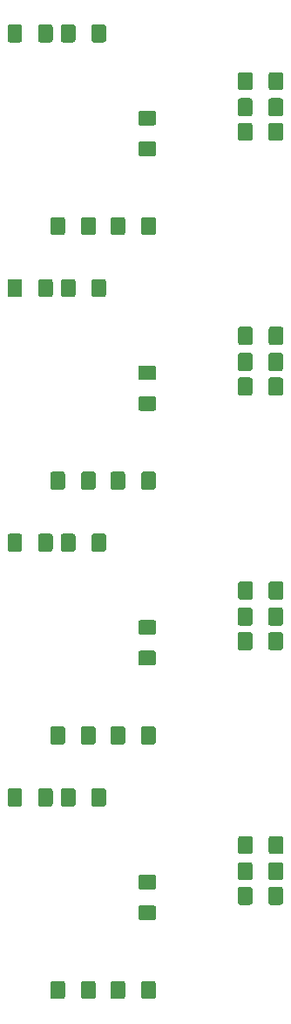
<source format=gbr>
G04 #@! TF.GenerationSoftware,KiCad,Pcbnew,(5.1.5)-3*
G04 #@! TF.CreationDate,2020-11-20T20:52:26+01:00*
G04 #@! TF.ProjectId,IsolationBarrier,49736f6c-6174-4696-9f6e-426172726965,rev?*
G04 #@! TF.SameCoordinates,Original*
G04 #@! TF.FileFunction,Paste,Bot*
G04 #@! TF.FilePolarity,Positive*
%FSLAX46Y46*%
G04 Gerber Fmt 4.6, Leading zero omitted, Abs format (unit mm)*
G04 Created by KiCad (PCBNEW (5.1.5)-3) date 2020-11-20 20:52:26*
%MOMM*%
%LPD*%
G04 APERTURE LIST*
%ADD10C,0.100000*%
G04 APERTURE END LIST*
D10*
G36*
X76943704Y-166842304D02*
G01*
X76967973Y-166845904D01*
X76991771Y-166851865D01*
X77014871Y-166860130D01*
X77037049Y-166870620D01*
X77058093Y-166883233D01*
X77077798Y-166897847D01*
X77095977Y-166914323D01*
X77112453Y-166932502D01*
X77127067Y-166952207D01*
X77139680Y-166973251D01*
X77150170Y-166995429D01*
X77158435Y-167018529D01*
X77164396Y-167042327D01*
X77167996Y-167066596D01*
X77169200Y-167091100D01*
X77169200Y-168341100D01*
X77167996Y-168365604D01*
X77164396Y-168389873D01*
X77158435Y-168413671D01*
X77150170Y-168436771D01*
X77139680Y-168458949D01*
X77127067Y-168479993D01*
X77112453Y-168499698D01*
X77095977Y-168517877D01*
X77077798Y-168534353D01*
X77058093Y-168548967D01*
X77037049Y-168561580D01*
X77014871Y-168572070D01*
X76991771Y-168580335D01*
X76967973Y-168586296D01*
X76943704Y-168589896D01*
X76919200Y-168591100D01*
X75994200Y-168591100D01*
X75969696Y-168589896D01*
X75945427Y-168586296D01*
X75921629Y-168580335D01*
X75898529Y-168572070D01*
X75876351Y-168561580D01*
X75855307Y-168548967D01*
X75835602Y-168534353D01*
X75817423Y-168517877D01*
X75800947Y-168499698D01*
X75786333Y-168479993D01*
X75773720Y-168458949D01*
X75763230Y-168436771D01*
X75754965Y-168413671D01*
X75749004Y-168389873D01*
X75745404Y-168365604D01*
X75744200Y-168341100D01*
X75744200Y-167091100D01*
X75745404Y-167066596D01*
X75749004Y-167042327D01*
X75754965Y-167018529D01*
X75763230Y-166995429D01*
X75773720Y-166973251D01*
X75786333Y-166952207D01*
X75800947Y-166932502D01*
X75817423Y-166914323D01*
X75835602Y-166897847D01*
X75855307Y-166883233D01*
X75876351Y-166870620D01*
X75898529Y-166860130D01*
X75921629Y-166851865D01*
X75945427Y-166845904D01*
X75969696Y-166842304D01*
X75994200Y-166841100D01*
X76919200Y-166841100D01*
X76943704Y-166842304D01*
G37*
G36*
X73968704Y-166842304D02*
G01*
X73992973Y-166845904D01*
X74016771Y-166851865D01*
X74039871Y-166860130D01*
X74062049Y-166870620D01*
X74083093Y-166883233D01*
X74102798Y-166897847D01*
X74120977Y-166914323D01*
X74137453Y-166932502D01*
X74152067Y-166952207D01*
X74164680Y-166973251D01*
X74175170Y-166995429D01*
X74183435Y-167018529D01*
X74189396Y-167042327D01*
X74192996Y-167066596D01*
X74194200Y-167091100D01*
X74194200Y-168341100D01*
X74192996Y-168365604D01*
X74189396Y-168389873D01*
X74183435Y-168413671D01*
X74175170Y-168436771D01*
X74164680Y-168458949D01*
X74152067Y-168479993D01*
X74137453Y-168499698D01*
X74120977Y-168517877D01*
X74102798Y-168534353D01*
X74083093Y-168548967D01*
X74062049Y-168561580D01*
X74039871Y-168572070D01*
X74016771Y-168580335D01*
X73992973Y-168586296D01*
X73968704Y-168589896D01*
X73944200Y-168591100D01*
X73019200Y-168591100D01*
X72994696Y-168589896D01*
X72970427Y-168586296D01*
X72946629Y-168580335D01*
X72923529Y-168572070D01*
X72901351Y-168561580D01*
X72880307Y-168548967D01*
X72860602Y-168534353D01*
X72842423Y-168517877D01*
X72825947Y-168499698D01*
X72811333Y-168479993D01*
X72798720Y-168458949D01*
X72788230Y-168436771D01*
X72779965Y-168413671D01*
X72774004Y-168389873D01*
X72770404Y-168365604D01*
X72769200Y-168341100D01*
X72769200Y-167091100D01*
X72770404Y-167066596D01*
X72774004Y-167042327D01*
X72779965Y-167018529D01*
X72788230Y-166995429D01*
X72798720Y-166973251D01*
X72811333Y-166952207D01*
X72825947Y-166932502D01*
X72842423Y-166914323D01*
X72860602Y-166897847D01*
X72880307Y-166883233D01*
X72901351Y-166870620D01*
X72923529Y-166860130D01*
X72946629Y-166851865D01*
X72970427Y-166845904D01*
X72994696Y-166842304D01*
X73019200Y-166841100D01*
X73944200Y-166841100D01*
X73968704Y-166842304D01*
G37*
G36*
X61569004Y-180894504D02*
G01*
X61593273Y-180898104D01*
X61617071Y-180904065D01*
X61640171Y-180912330D01*
X61662349Y-180922820D01*
X61683393Y-180935433D01*
X61703098Y-180950047D01*
X61721277Y-180966523D01*
X61737753Y-180984702D01*
X61752367Y-181004407D01*
X61764980Y-181025451D01*
X61775470Y-181047629D01*
X61783735Y-181070729D01*
X61789696Y-181094527D01*
X61793296Y-181118796D01*
X61794500Y-181143300D01*
X61794500Y-182393300D01*
X61793296Y-182417804D01*
X61789696Y-182442073D01*
X61783735Y-182465871D01*
X61775470Y-182488971D01*
X61764980Y-182511149D01*
X61752367Y-182532193D01*
X61737753Y-182551898D01*
X61721277Y-182570077D01*
X61703098Y-182586553D01*
X61683393Y-182601167D01*
X61662349Y-182613780D01*
X61640171Y-182624270D01*
X61617071Y-182632535D01*
X61593273Y-182638496D01*
X61569004Y-182642096D01*
X61544500Y-182643300D01*
X60619500Y-182643300D01*
X60594996Y-182642096D01*
X60570727Y-182638496D01*
X60546929Y-182632535D01*
X60523829Y-182624270D01*
X60501651Y-182613780D01*
X60480607Y-182601167D01*
X60460902Y-182586553D01*
X60442723Y-182570077D01*
X60426247Y-182551898D01*
X60411633Y-182532193D01*
X60399020Y-182511149D01*
X60388530Y-182488971D01*
X60380265Y-182465871D01*
X60374304Y-182442073D01*
X60370704Y-182417804D01*
X60369500Y-182393300D01*
X60369500Y-181143300D01*
X60370704Y-181118796D01*
X60374304Y-181094527D01*
X60380265Y-181070729D01*
X60388530Y-181047629D01*
X60399020Y-181025451D01*
X60411633Y-181004407D01*
X60426247Y-180984702D01*
X60442723Y-180966523D01*
X60460902Y-180950047D01*
X60480607Y-180935433D01*
X60501651Y-180922820D01*
X60523829Y-180912330D01*
X60546929Y-180904065D01*
X60570727Y-180898104D01*
X60594996Y-180894504D01*
X60619500Y-180893300D01*
X61544500Y-180893300D01*
X61569004Y-180894504D01*
G37*
G36*
X64544004Y-180894504D02*
G01*
X64568273Y-180898104D01*
X64592071Y-180904065D01*
X64615171Y-180912330D01*
X64637349Y-180922820D01*
X64658393Y-180935433D01*
X64678098Y-180950047D01*
X64696277Y-180966523D01*
X64712753Y-180984702D01*
X64727367Y-181004407D01*
X64739980Y-181025451D01*
X64750470Y-181047629D01*
X64758735Y-181070729D01*
X64764696Y-181094527D01*
X64768296Y-181118796D01*
X64769500Y-181143300D01*
X64769500Y-182393300D01*
X64768296Y-182417804D01*
X64764696Y-182442073D01*
X64758735Y-182465871D01*
X64750470Y-182488971D01*
X64739980Y-182511149D01*
X64727367Y-182532193D01*
X64712753Y-182551898D01*
X64696277Y-182570077D01*
X64678098Y-182586553D01*
X64658393Y-182601167D01*
X64637349Y-182613780D01*
X64615171Y-182624270D01*
X64592071Y-182632535D01*
X64568273Y-182638496D01*
X64544004Y-182642096D01*
X64519500Y-182643300D01*
X63594500Y-182643300D01*
X63569996Y-182642096D01*
X63545727Y-182638496D01*
X63521929Y-182632535D01*
X63498829Y-182624270D01*
X63476651Y-182613780D01*
X63455607Y-182601167D01*
X63435902Y-182586553D01*
X63417723Y-182570077D01*
X63401247Y-182551898D01*
X63386633Y-182532193D01*
X63374020Y-182511149D01*
X63363530Y-182488971D01*
X63355265Y-182465871D01*
X63349304Y-182442073D01*
X63345704Y-182417804D01*
X63344500Y-182393300D01*
X63344500Y-181143300D01*
X63345704Y-181118796D01*
X63349304Y-181094527D01*
X63355265Y-181070729D01*
X63363530Y-181047629D01*
X63374020Y-181025451D01*
X63386633Y-181004407D01*
X63401247Y-180984702D01*
X63417723Y-180966523D01*
X63435902Y-180950047D01*
X63455607Y-180935433D01*
X63476651Y-180922820D01*
X63498829Y-180912330D01*
X63521929Y-180904065D01*
X63545727Y-180898104D01*
X63569996Y-180894504D01*
X63594500Y-180893300D01*
X64519500Y-180893300D01*
X64544004Y-180894504D01*
G37*
G36*
X76909604Y-171756304D02*
G01*
X76933873Y-171759904D01*
X76957671Y-171765865D01*
X76980771Y-171774130D01*
X77002949Y-171784620D01*
X77023993Y-171797233D01*
X77043698Y-171811847D01*
X77061877Y-171828323D01*
X77078353Y-171846502D01*
X77092967Y-171866207D01*
X77105580Y-171887251D01*
X77116070Y-171909429D01*
X77124335Y-171932529D01*
X77130296Y-171956327D01*
X77133896Y-171980596D01*
X77135100Y-172005100D01*
X77135100Y-173255100D01*
X77133896Y-173279604D01*
X77130296Y-173303873D01*
X77124335Y-173327671D01*
X77116070Y-173350771D01*
X77105580Y-173372949D01*
X77092967Y-173393993D01*
X77078353Y-173413698D01*
X77061877Y-173431877D01*
X77043698Y-173448353D01*
X77023993Y-173462967D01*
X77002949Y-173475580D01*
X76980771Y-173486070D01*
X76957671Y-173494335D01*
X76933873Y-173500296D01*
X76909604Y-173503896D01*
X76885100Y-173505100D01*
X75960100Y-173505100D01*
X75935596Y-173503896D01*
X75911327Y-173500296D01*
X75887529Y-173494335D01*
X75864429Y-173486070D01*
X75842251Y-173475580D01*
X75821207Y-173462967D01*
X75801502Y-173448353D01*
X75783323Y-173431877D01*
X75766847Y-173413698D01*
X75752233Y-173393993D01*
X75739620Y-173372949D01*
X75729130Y-173350771D01*
X75720865Y-173327671D01*
X75714904Y-173303873D01*
X75711304Y-173279604D01*
X75710100Y-173255100D01*
X75710100Y-172005100D01*
X75711304Y-171980596D01*
X75714904Y-171956327D01*
X75720865Y-171932529D01*
X75729130Y-171909429D01*
X75739620Y-171887251D01*
X75752233Y-171866207D01*
X75766847Y-171846502D01*
X75783323Y-171828323D01*
X75801502Y-171811847D01*
X75821207Y-171797233D01*
X75842251Y-171784620D01*
X75864429Y-171774130D01*
X75887529Y-171765865D01*
X75911327Y-171759904D01*
X75935596Y-171756304D01*
X75960100Y-171755100D01*
X76885100Y-171755100D01*
X76909604Y-171756304D01*
G37*
G36*
X73934604Y-171756304D02*
G01*
X73958873Y-171759904D01*
X73982671Y-171765865D01*
X74005771Y-171774130D01*
X74027949Y-171784620D01*
X74048993Y-171797233D01*
X74068698Y-171811847D01*
X74086877Y-171828323D01*
X74103353Y-171846502D01*
X74117967Y-171866207D01*
X74130580Y-171887251D01*
X74141070Y-171909429D01*
X74149335Y-171932529D01*
X74155296Y-171956327D01*
X74158896Y-171980596D01*
X74160100Y-172005100D01*
X74160100Y-173255100D01*
X74158896Y-173279604D01*
X74155296Y-173303873D01*
X74149335Y-173327671D01*
X74141070Y-173350771D01*
X74130580Y-173372949D01*
X74117967Y-173393993D01*
X74103353Y-173413698D01*
X74086877Y-173431877D01*
X74068698Y-173448353D01*
X74048993Y-173462967D01*
X74027949Y-173475580D01*
X74005771Y-173486070D01*
X73982671Y-173494335D01*
X73958873Y-173500296D01*
X73934604Y-173503896D01*
X73910100Y-173505100D01*
X72985100Y-173505100D01*
X72960596Y-173503896D01*
X72936327Y-173500296D01*
X72912529Y-173494335D01*
X72889429Y-173486070D01*
X72867251Y-173475580D01*
X72846207Y-173462967D01*
X72826502Y-173448353D01*
X72808323Y-173431877D01*
X72791847Y-173413698D01*
X72777233Y-173393993D01*
X72764620Y-173372949D01*
X72754130Y-173350771D01*
X72745865Y-173327671D01*
X72739904Y-173303873D01*
X72736304Y-173279604D01*
X72735100Y-173255100D01*
X72735100Y-172005100D01*
X72736304Y-171980596D01*
X72739904Y-171956327D01*
X72745865Y-171932529D01*
X72754130Y-171909429D01*
X72764620Y-171887251D01*
X72777233Y-171866207D01*
X72791847Y-171846502D01*
X72808323Y-171828323D01*
X72826502Y-171811847D01*
X72846207Y-171797233D01*
X72867251Y-171784620D01*
X72889429Y-171774130D01*
X72912529Y-171765865D01*
X72936327Y-171759904D01*
X72960596Y-171756304D01*
X72985100Y-171755100D01*
X73910100Y-171755100D01*
X73934604Y-171756304D01*
G37*
G36*
X55727004Y-180894504D02*
G01*
X55751273Y-180898104D01*
X55775071Y-180904065D01*
X55798171Y-180912330D01*
X55820349Y-180922820D01*
X55841393Y-180935433D01*
X55861098Y-180950047D01*
X55879277Y-180966523D01*
X55895753Y-180984702D01*
X55910367Y-181004407D01*
X55922980Y-181025451D01*
X55933470Y-181047629D01*
X55941735Y-181070729D01*
X55947696Y-181094527D01*
X55951296Y-181118796D01*
X55952500Y-181143300D01*
X55952500Y-182393300D01*
X55951296Y-182417804D01*
X55947696Y-182442073D01*
X55941735Y-182465871D01*
X55933470Y-182488971D01*
X55922980Y-182511149D01*
X55910367Y-182532193D01*
X55895753Y-182551898D01*
X55879277Y-182570077D01*
X55861098Y-182586553D01*
X55841393Y-182601167D01*
X55820349Y-182613780D01*
X55798171Y-182624270D01*
X55775071Y-182632535D01*
X55751273Y-182638496D01*
X55727004Y-182642096D01*
X55702500Y-182643300D01*
X54777500Y-182643300D01*
X54752996Y-182642096D01*
X54728727Y-182638496D01*
X54704929Y-182632535D01*
X54681829Y-182624270D01*
X54659651Y-182613780D01*
X54638607Y-182601167D01*
X54618902Y-182586553D01*
X54600723Y-182570077D01*
X54584247Y-182551898D01*
X54569633Y-182532193D01*
X54557020Y-182511149D01*
X54546530Y-182488971D01*
X54538265Y-182465871D01*
X54532304Y-182442073D01*
X54528704Y-182417804D01*
X54527500Y-182393300D01*
X54527500Y-181143300D01*
X54528704Y-181118796D01*
X54532304Y-181094527D01*
X54538265Y-181070729D01*
X54546530Y-181047629D01*
X54557020Y-181025451D01*
X54569633Y-181004407D01*
X54584247Y-180984702D01*
X54600723Y-180966523D01*
X54618902Y-180950047D01*
X54638607Y-180935433D01*
X54659651Y-180922820D01*
X54681829Y-180912330D01*
X54704929Y-180904065D01*
X54728727Y-180898104D01*
X54752996Y-180894504D01*
X54777500Y-180893300D01*
X55702500Y-180893300D01*
X55727004Y-180894504D01*
G37*
G36*
X58702004Y-180894504D02*
G01*
X58726273Y-180898104D01*
X58750071Y-180904065D01*
X58773171Y-180912330D01*
X58795349Y-180922820D01*
X58816393Y-180935433D01*
X58836098Y-180950047D01*
X58854277Y-180966523D01*
X58870753Y-180984702D01*
X58885367Y-181004407D01*
X58897980Y-181025451D01*
X58908470Y-181047629D01*
X58916735Y-181070729D01*
X58922696Y-181094527D01*
X58926296Y-181118796D01*
X58927500Y-181143300D01*
X58927500Y-182393300D01*
X58926296Y-182417804D01*
X58922696Y-182442073D01*
X58916735Y-182465871D01*
X58908470Y-182488971D01*
X58897980Y-182511149D01*
X58885367Y-182532193D01*
X58870753Y-182551898D01*
X58854277Y-182570077D01*
X58836098Y-182586553D01*
X58816393Y-182601167D01*
X58795349Y-182613780D01*
X58773171Y-182624270D01*
X58750071Y-182632535D01*
X58726273Y-182638496D01*
X58702004Y-182642096D01*
X58677500Y-182643300D01*
X57752500Y-182643300D01*
X57727996Y-182642096D01*
X57703727Y-182638496D01*
X57679929Y-182632535D01*
X57656829Y-182624270D01*
X57634651Y-182613780D01*
X57613607Y-182601167D01*
X57593902Y-182586553D01*
X57575723Y-182570077D01*
X57559247Y-182551898D01*
X57544633Y-182532193D01*
X57532020Y-182511149D01*
X57521530Y-182488971D01*
X57513265Y-182465871D01*
X57507304Y-182442073D01*
X57503704Y-182417804D01*
X57502500Y-182393300D01*
X57502500Y-181143300D01*
X57503704Y-181118796D01*
X57507304Y-181094527D01*
X57513265Y-181070729D01*
X57521530Y-181047629D01*
X57532020Y-181025451D01*
X57544633Y-181004407D01*
X57559247Y-180984702D01*
X57575723Y-180966523D01*
X57593902Y-180950047D01*
X57613607Y-180935433D01*
X57634651Y-180922820D01*
X57656829Y-180912330D01*
X57679929Y-180904065D01*
X57703727Y-180898104D01*
X57727996Y-180894504D01*
X57752500Y-180893300D01*
X58677500Y-180893300D01*
X58702004Y-180894504D01*
G37*
G36*
X76909604Y-169368704D02*
G01*
X76933873Y-169372304D01*
X76957671Y-169378265D01*
X76980771Y-169386530D01*
X77002949Y-169397020D01*
X77023993Y-169409633D01*
X77043698Y-169424247D01*
X77061877Y-169440723D01*
X77078353Y-169458902D01*
X77092967Y-169478607D01*
X77105580Y-169499651D01*
X77116070Y-169521829D01*
X77124335Y-169544929D01*
X77130296Y-169568727D01*
X77133896Y-169592996D01*
X77135100Y-169617500D01*
X77135100Y-170867500D01*
X77133896Y-170892004D01*
X77130296Y-170916273D01*
X77124335Y-170940071D01*
X77116070Y-170963171D01*
X77105580Y-170985349D01*
X77092967Y-171006393D01*
X77078353Y-171026098D01*
X77061877Y-171044277D01*
X77043698Y-171060753D01*
X77023993Y-171075367D01*
X77002949Y-171087980D01*
X76980771Y-171098470D01*
X76957671Y-171106735D01*
X76933873Y-171112696D01*
X76909604Y-171116296D01*
X76885100Y-171117500D01*
X75960100Y-171117500D01*
X75935596Y-171116296D01*
X75911327Y-171112696D01*
X75887529Y-171106735D01*
X75864429Y-171098470D01*
X75842251Y-171087980D01*
X75821207Y-171075367D01*
X75801502Y-171060753D01*
X75783323Y-171044277D01*
X75766847Y-171026098D01*
X75752233Y-171006393D01*
X75739620Y-170985349D01*
X75729130Y-170963171D01*
X75720865Y-170940071D01*
X75714904Y-170916273D01*
X75711304Y-170892004D01*
X75710100Y-170867500D01*
X75710100Y-169617500D01*
X75711304Y-169592996D01*
X75714904Y-169568727D01*
X75720865Y-169544929D01*
X75729130Y-169521829D01*
X75739620Y-169499651D01*
X75752233Y-169478607D01*
X75766847Y-169458902D01*
X75783323Y-169440723D01*
X75801502Y-169424247D01*
X75821207Y-169409633D01*
X75842251Y-169397020D01*
X75864429Y-169386530D01*
X75887529Y-169378265D01*
X75911327Y-169372304D01*
X75935596Y-169368704D01*
X75960100Y-169367500D01*
X76885100Y-169367500D01*
X76909604Y-169368704D01*
G37*
G36*
X73934604Y-169368704D02*
G01*
X73958873Y-169372304D01*
X73982671Y-169378265D01*
X74005771Y-169386530D01*
X74027949Y-169397020D01*
X74048993Y-169409633D01*
X74068698Y-169424247D01*
X74086877Y-169440723D01*
X74103353Y-169458902D01*
X74117967Y-169478607D01*
X74130580Y-169499651D01*
X74141070Y-169521829D01*
X74149335Y-169544929D01*
X74155296Y-169568727D01*
X74158896Y-169592996D01*
X74160100Y-169617500D01*
X74160100Y-170867500D01*
X74158896Y-170892004D01*
X74155296Y-170916273D01*
X74149335Y-170940071D01*
X74141070Y-170963171D01*
X74130580Y-170985349D01*
X74117967Y-171006393D01*
X74103353Y-171026098D01*
X74086877Y-171044277D01*
X74068698Y-171060753D01*
X74048993Y-171075367D01*
X74027949Y-171087980D01*
X74005771Y-171098470D01*
X73982671Y-171106735D01*
X73958873Y-171112696D01*
X73934604Y-171116296D01*
X73910100Y-171117500D01*
X72985100Y-171117500D01*
X72960596Y-171116296D01*
X72936327Y-171112696D01*
X72912529Y-171106735D01*
X72889429Y-171098470D01*
X72867251Y-171087980D01*
X72846207Y-171075367D01*
X72826502Y-171060753D01*
X72808323Y-171044277D01*
X72791847Y-171026098D01*
X72777233Y-171006393D01*
X72764620Y-170985349D01*
X72754130Y-170963171D01*
X72745865Y-170940071D01*
X72739904Y-170916273D01*
X72736304Y-170892004D01*
X72735100Y-170867500D01*
X72735100Y-169617500D01*
X72736304Y-169592996D01*
X72739904Y-169568727D01*
X72745865Y-169544929D01*
X72754130Y-169521829D01*
X72764620Y-169499651D01*
X72777233Y-169478607D01*
X72791847Y-169458902D01*
X72808323Y-169440723D01*
X72826502Y-169424247D01*
X72846207Y-169409633D01*
X72867251Y-169397020D01*
X72889429Y-169386530D01*
X72912529Y-169378265D01*
X72936327Y-169372304D01*
X72960596Y-169368704D01*
X72985100Y-169367500D01*
X73910100Y-169367500D01*
X73934604Y-169368704D01*
G37*
G36*
X51557204Y-162205904D02*
G01*
X51581473Y-162209504D01*
X51605271Y-162215465D01*
X51628371Y-162223730D01*
X51650549Y-162234220D01*
X51671593Y-162246833D01*
X51691298Y-162261447D01*
X51709477Y-162277923D01*
X51725953Y-162296102D01*
X51740567Y-162315807D01*
X51753180Y-162336851D01*
X51763670Y-162359029D01*
X51771935Y-162382129D01*
X51777896Y-162405927D01*
X51781496Y-162430196D01*
X51782700Y-162454700D01*
X51782700Y-163704700D01*
X51781496Y-163729204D01*
X51777896Y-163753473D01*
X51771935Y-163777271D01*
X51763670Y-163800371D01*
X51753180Y-163822549D01*
X51740567Y-163843593D01*
X51725953Y-163863298D01*
X51709477Y-163881477D01*
X51691298Y-163897953D01*
X51671593Y-163912567D01*
X51650549Y-163925180D01*
X51628371Y-163935670D01*
X51605271Y-163943935D01*
X51581473Y-163949896D01*
X51557204Y-163953496D01*
X51532700Y-163954700D01*
X50607700Y-163954700D01*
X50583196Y-163953496D01*
X50558927Y-163949896D01*
X50535129Y-163943935D01*
X50512029Y-163935670D01*
X50489851Y-163925180D01*
X50468807Y-163912567D01*
X50449102Y-163897953D01*
X50430923Y-163881477D01*
X50414447Y-163863298D01*
X50399833Y-163843593D01*
X50387220Y-163822549D01*
X50376730Y-163800371D01*
X50368465Y-163777271D01*
X50362504Y-163753473D01*
X50358904Y-163729204D01*
X50357700Y-163704700D01*
X50357700Y-162454700D01*
X50358904Y-162430196D01*
X50362504Y-162405927D01*
X50368465Y-162382129D01*
X50376730Y-162359029D01*
X50387220Y-162336851D01*
X50399833Y-162315807D01*
X50414447Y-162296102D01*
X50430923Y-162277923D01*
X50449102Y-162261447D01*
X50468807Y-162246833D01*
X50489851Y-162234220D01*
X50512029Y-162223730D01*
X50535129Y-162215465D01*
X50558927Y-162209504D01*
X50583196Y-162205904D01*
X50607700Y-162204700D01*
X51532700Y-162204700D01*
X51557204Y-162205904D01*
G37*
G36*
X54532204Y-162205904D02*
G01*
X54556473Y-162209504D01*
X54580271Y-162215465D01*
X54603371Y-162223730D01*
X54625549Y-162234220D01*
X54646593Y-162246833D01*
X54666298Y-162261447D01*
X54684477Y-162277923D01*
X54700953Y-162296102D01*
X54715567Y-162315807D01*
X54728180Y-162336851D01*
X54738670Y-162359029D01*
X54746935Y-162382129D01*
X54752896Y-162405927D01*
X54756496Y-162430196D01*
X54757700Y-162454700D01*
X54757700Y-163704700D01*
X54756496Y-163729204D01*
X54752896Y-163753473D01*
X54746935Y-163777271D01*
X54738670Y-163800371D01*
X54728180Y-163822549D01*
X54715567Y-163843593D01*
X54700953Y-163863298D01*
X54684477Y-163881477D01*
X54666298Y-163897953D01*
X54646593Y-163912567D01*
X54625549Y-163925180D01*
X54603371Y-163935670D01*
X54580271Y-163943935D01*
X54556473Y-163949896D01*
X54532204Y-163953496D01*
X54507700Y-163954700D01*
X53582700Y-163954700D01*
X53558196Y-163953496D01*
X53533927Y-163949896D01*
X53510129Y-163943935D01*
X53487029Y-163935670D01*
X53464851Y-163925180D01*
X53443807Y-163912567D01*
X53424102Y-163897953D01*
X53405923Y-163881477D01*
X53389447Y-163863298D01*
X53374833Y-163843593D01*
X53362220Y-163822549D01*
X53351730Y-163800371D01*
X53343465Y-163777271D01*
X53337504Y-163753473D01*
X53333904Y-163729204D01*
X53332700Y-163704700D01*
X53332700Y-162454700D01*
X53333904Y-162430196D01*
X53337504Y-162405927D01*
X53343465Y-162382129D01*
X53351730Y-162359029D01*
X53362220Y-162336851D01*
X53374833Y-162315807D01*
X53389447Y-162296102D01*
X53405923Y-162277923D01*
X53424102Y-162261447D01*
X53443807Y-162246833D01*
X53464851Y-162234220D01*
X53487029Y-162223730D01*
X53510129Y-162215465D01*
X53533927Y-162209504D01*
X53558196Y-162205904D01*
X53582700Y-162204700D01*
X54507700Y-162204700D01*
X54532204Y-162205904D01*
G37*
G36*
X64579504Y-170589004D02*
G01*
X64603773Y-170592604D01*
X64627571Y-170598565D01*
X64650671Y-170606830D01*
X64672849Y-170617320D01*
X64693893Y-170629933D01*
X64713598Y-170644547D01*
X64731777Y-170661023D01*
X64748253Y-170679202D01*
X64762867Y-170698907D01*
X64775480Y-170719951D01*
X64785970Y-170742129D01*
X64794235Y-170765229D01*
X64800196Y-170789027D01*
X64803796Y-170813296D01*
X64805000Y-170837800D01*
X64805000Y-171762800D01*
X64803796Y-171787304D01*
X64800196Y-171811573D01*
X64794235Y-171835371D01*
X64785970Y-171858471D01*
X64775480Y-171880649D01*
X64762867Y-171901693D01*
X64748253Y-171921398D01*
X64731777Y-171939577D01*
X64713598Y-171956053D01*
X64693893Y-171970667D01*
X64672849Y-171983280D01*
X64650671Y-171993770D01*
X64627571Y-172002035D01*
X64603773Y-172007996D01*
X64579504Y-172011596D01*
X64555000Y-172012800D01*
X63305000Y-172012800D01*
X63280496Y-172011596D01*
X63256227Y-172007996D01*
X63232429Y-172002035D01*
X63209329Y-171993770D01*
X63187151Y-171983280D01*
X63166107Y-171970667D01*
X63146402Y-171956053D01*
X63128223Y-171939577D01*
X63111747Y-171921398D01*
X63097133Y-171901693D01*
X63084520Y-171880649D01*
X63074030Y-171858471D01*
X63065765Y-171835371D01*
X63059804Y-171811573D01*
X63056204Y-171787304D01*
X63055000Y-171762800D01*
X63055000Y-170837800D01*
X63056204Y-170813296D01*
X63059804Y-170789027D01*
X63065765Y-170765229D01*
X63074030Y-170742129D01*
X63084520Y-170719951D01*
X63097133Y-170698907D01*
X63111747Y-170679202D01*
X63128223Y-170661023D01*
X63146402Y-170644547D01*
X63166107Y-170629933D01*
X63187151Y-170617320D01*
X63209329Y-170606830D01*
X63232429Y-170598565D01*
X63256227Y-170592604D01*
X63280496Y-170589004D01*
X63305000Y-170587800D01*
X64555000Y-170587800D01*
X64579504Y-170589004D01*
G37*
G36*
X64579504Y-173564004D02*
G01*
X64603773Y-173567604D01*
X64627571Y-173573565D01*
X64650671Y-173581830D01*
X64672849Y-173592320D01*
X64693893Y-173604933D01*
X64713598Y-173619547D01*
X64731777Y-173636023D01*
X64748253Y-173654202D01*
X64762867Y-173673907D01*
X64775480Y-173694951D01*
X64785970Y-173717129D01*
X64794235Y-173740229D01*
X64800196Y-173764027D01*
X64803796Y-173788296D01*
X64805000Y-173812800D01*
X64805000Y-174737800D01*
X64803796Y-174762304D01*
X64800196Y-174786573D01*
X64794235Y-174810371D01*
X64785970Y-174833471D01*
X64775480Y-174855649D01*
X64762867Y-174876693D01*
X64748253Y-174896398D01*
X64731777Y-174914577D01*
X64713598Y-174931053D01*
X64693893Y-174945667D01*
X64672849Y-174958280D01*
X64650671Y-174968770D01*
X64627571Y-174977035D01*
X64603773Y-174982996D01*
X64579504Y-174986596D01*
X64555000Y-174987800D01*
X63305000Y-174987800D01*
X63280496Y-174986596D01*
X63256227Y-174982996D01*
X63232429Y-174977035D01*
X63209329Y-174968770D01*
X63187151Y-174958280D01*
X63166107Y-174945667D01*
X63146402Y-174931053D01*
X63128223Y-174914577D01*
X63111747Y-174896398D01*
X63097133Y-174876693D01*
X63084520Y-174855649D01*
X63074030Y-174833471D01*
X63065765Y-174810371D01*
X63059804Y-174786573D01*
X63056204Y-174762304D01*
X63055000Y-174737800D01*
X63055000Y-173812800D01*
X63056204Y-173788296D01*
X63059804Y-173764027D01*
X63065765Y-173740229D01*
X63074030Y-173717129D01*
X63084520Y-173694951D01*
X63097133Y-173673907D01*
X63111747Y-173654202D01*
X63128223Y-173636023D01*
X63146402Y-173619547D01*
X63166107Y-173604933D01*
X63187151Y-173592320D01*
X63209329Y-173581830D01*
X63232429Y-173573565D01*
X63256227Y-173567604D01*
X63280496Y-173564004D01*
X63305000Y-173562800D01*
X64555000Y-173562800D01*
X64579504Y-173564004D01*
G37*
G36*
X56738804Y-162205904D02*
G01*
X56763073Y-162209504D01*
X56786871Y-162215465D01*
X56809971Y-162223730D01*
X56832149Y-162234220D01*
X56853193Y-162246833D01*
X56872898Y-162261447D01*
X56891077Y-162277923D01*
X56907553Y-162296102D01*
X56922167Y-162315807D01*
X56934780Y-162336851D01*
X56945270Y-162359029D01*
X56953535Y-162382129D01*
X56959496Y-162405927D01*
X56963096Y-162430196D01*
X56964300Y-162454700D01*
X56964300Y-163704700D01*
X56963096Y-163729204D01*
X56959496Y-163753473D01*
X56953535Y-163777271D01*
X56945270Y-163800371D01*
X56934780Y-163822549D01*
X56922167Y-163843593D01*
X56907553Y-163863298D01*
X56891077Y-163881477D01*
X56872898Y-163897953D01*
X56853193Y-163912567D01*
X56832149Y-163925180D01*
X56809971Y-163935670D01*
X56786871Y-163943935D01*
X56763073Y-163949896D01*
X56738804Y-163953496D01*
X56714300Y-163954700D01*
X55789300Y-163954700D01*
X55764796Y-163953496D01*
X55740527Y-163949896D01*
X55716729Y-163943935D01*
X55693629Y-163935670D01*
X55671451Y-163925180D01*
X55650407Y-163912567D01*
X55630702Y-163897953D01*
X55612523Y-163881477D01*
X55596047Y-163863298D01*
X55581433Y-163843593D01*
X55568820Y-163822549D01*
X55558330Y-163800371D01*
X55550065Y-163777271D01*
X55544104Y-163753473D01*
X55540504Y-163729204D01*
X55539300Y-163704700D01*
X55539300Y-162454700D01*
X55540504Y-162430196D01*
X55544104Y-162405927D01*
X55550065Y-162382129D01*
X55558330Y-162359029D01*
X55568820Y-162336851D01*
X55581433Y-162315807D01*
X55596047Y-162296102D01*
X55612523Y-162277923D01*
X55630702Y-162261447D01*
X55650407Y-162246833D01*
X55671451Y-162234220D01*
X55693629Y-162223730D01*
X55716729Y-162215465D01*
X55740527Y-162209504D01*
X55764796Y-162205904D01*
X55789300Y-162204700D01*
X56714300Y-162204700D01*
X56738804Y-162205904D01*
G37*
G36*
X59713804Y-162205904D02*
G01*
X59738073Y-162209504D01*
X59761871Y-162215465D01*
X59784971Y-162223730D01*
X59807149Y-162234220D01*
X59828193Y-162246833D01*
X59847898Y-162261447D01*
X59866077Y-162277923D01*
X59882553Y-162296102D01*
X59897167Y-162315807D01*
X59909780Y-162336851D01*
X59920270Y-162359029D01*
X59928535Y-162382129D01*
X59934496Y-162405927D01*
X59938096Y-162430196D01*
X59939300Y-162454700D01*
X59939300Y-163704700D01*
X59938096Y-163729204D01*
X59934496Y-163753473D01*
X59928535Y-163777271D01*
X59920270Y-163800371D01*
X59909780Y-163822549D01*
X59897167Y-163843593D01*
X59882553Y-163863298D01*
X59866077Y-163881477D01*
X59847898Y-163897953D01*
X59828193Y-163912567D01*
X59807149Y-163925180D01*
X59784971Y-163935670D01*
X59761871Y-163943935D01*
X59738073Y-163949896D01*
X59713804Y-163953496D01*
X59689300Y-163954700D01*
X58764300Y-163954700D01*
X58739796Y-163953496D01*
X58715527Y-163949896D01*
X58691729Y-163943935D01*
X58668629Y-163935670D01*
X58646451Y-163925180D01*
X58625407Y-163912567D01*
X58605702Y-163897953D01*
X58587523Y-163881477D01*
X58571047Y-163863298D01*
X58556433Y-163843593D01*
X58543820Y-163822549D01*
X58533330Y-163800371D01*
X58525065Y-163777271D01*
X58519104Y-163753473D01*
X58515504Y-163729204D01*
X58514300Y-163704700D01*
X58514300Y-162454700D01*
X58515504Y-162430196D01*
X58519104Y-162405927D01*
X58525065Y-162382129D01*
X58533330Y-162359029D01*
X58543820Y-162336851D01*
X58556433Y-162315807D01*
X58571047Y-162296102D01*
X58587523Y-162277923D01*
X58605702Y-162261447D01*
X58625407Y-162246833D01*
X58646451Y-162234220D01*
X58668629Y-162223730D01*
X58691729Y-162215465D01*
X58715527Y-162209504D01*
X58739796Y-162205904D01*
X58764300Y-162204700D01*
X59689300Y-162204700D01*
X59713804Y-162205904D01*
G37*
G36*
X54532204Y-137505904D02*
G01*
X54556473Y-137509504D01*
X54580271Y-137515465D01*
X54603371Y-137523730D01*
X54625549Y-137534220D01*
X54646593Y-137546833D01*
X54666298Y-137561447D01*
X54684477Y-137577923D01*
X54700953Y-137596102D01*
X54715567Y-137615807D01*
X54728180Y-137636851D01*
X54738670Y-137659029D01*
X54746935Y-137682129D01*
X54752896Y-137705927D01*
X54756496Y-137730196D01*
X54757700Y-137754700D01*
X54757700Y-139004700D01*
X54756496Y-139029204D01*
X54752896Y-139053473D01*
X54746935Y-139077271D01*
X54738670Y-139100371D01*
X54728180Y-139122549D01*
X54715567Y-139143593D01*
X54700953Y-139163298D01*
X54684477Y-139181477D01*
X54666298Y-139197953D01*
X54646593Y-139212567D01*
X54625549Y-139225180D01*
X54603371Y-139235670D01*
X54580271Y-139243935D01*
X54556473Y-139249896D01*
X54532204Y-139253496D01*
X54507700Y-139254700D01*
X53582700Y-139254700D01*
X53558196Y-139253496D01*
X53533927Y-139249896D01*
X53510129Y-139243935D01*
X53487029Y-139235670D01*
X53464851Y-139225180D01*
X53443807Y-139212567D01*
X53424102Y-139197953D01*
X53405923Y-139181477D01*
X53389447Y-139163298D01*
X53374833Y-139143593D01*
X53362220Y-139122549D01*
X53351730Y-139100371D01*
X53343465Y-139077271D01*
X53337504Y-139053473D01*
X53333904Y-139029204D01*
X53332700Y-139004700D01*
X53332700Y-137754700D01*
X53333904Y-137730196D01*
X53337504Y-137705927D01*
X53343465Y-137682129D01*
X53351730Y-137659029D01*
X53362220Y-137636851D01*
X53374833Y-137615807D01*
X53389447Y-137596102D01*
X53405923Y-137577923D01*
X53424102Y-137561447D01*
X53443807Y-137546833D01*
X53464851Y-137534220D01*
X53487029Y-137523730D01*
X53510129Y-137515465D01*
X53533927Y-137509504D01*
X53558196Y-137505904D01*
X53582700Y-137504700D01*
X54507700Y-137504700D01*
X54532204Y-137505904D01*
G37*
G36*
X51557204Y-137505904D02*
G01*
X51581473Y-137509504D01*
X51605271Y-137515465D01*
X51628371Y-137523730D01*
X51650549Y-137534220D01*
X51671593Y-137546833D01*
X51691298Y-137561447D01*
X51709477Y-137577923D01*
X51725953Y-137596102D01*
X51740567Y-137615807D01*
X51753180Y-137636851D01*
X51763670Y-137659029D01*
X51771935Y-137682129D01*
X51777896Y-137705927D01*
X51781496Y-137730196D01*
X51782700Y-137754700D01*
X51782700Y-139004700D01*
X51781496Y-139029204D01*
X51777896Y-139053473D01*
X51771935Y-139077271D01*
X51763670Y-139100371D01*
X51753180Y-139122549D01*
X51740567Y-139143593D01*
X51725953Y-139163298D01*
X51709477Y-139181477D01*
X51691298Y-139197953D01*
X51671593Y-139212567D01*
X51650549Y-139225180D01*
X51628371Y-139235670D01*
X51605271Y-139243935D01*
X51581473Y-139249896D01*
X51557204Y-139253496D01*
X51532700Y-139254700D01*
X50607700Y-139254700D01*
X50583196Y-139253496D01*
X50558927Y-139249896D01*
X50535129Y-139243935D01*
X50512029Y-139235670D01*
X50489851Y-139225180D01*
X50468807Y-139212567D01*
X50449102Y-139197953D01*
X50430923Y-139181477D01*
X50414447Y-139163298D01*
X50399833Y-139143593D01*
X50387220Y-139122549D01*
X50376730Y-139100371D01*
X50368465Y-139077271D01*
X50362504Y-139053473D01*
X50358904Y-139029204D01*
X50357700Y-139004700D01*
X50357700Y-137754700D01*
X50358904Y-137730196D01*
X50362504Y-137705927D01*
X50368465Y-137682129D01*
X50376730Y-137659029D01*
X50387220Y-137636851D01*
X50399833Y-137615807D01*
X50414447Y-137596102D01*
X50430923Y-137577923D01*
X50449102Y-137561447D01*
X50468807Y-137546833D01*
X50489851Y-137534220D01*
X50512029Y-137523730D01*
X50535129Y-137515465D01*
X50558927Y-137509504D01*
X50583196Y-137505904D01*
X50607700Y-137504700D01*
X51532700Y-137504700D01*
X51557204Y-137505904D01*
G37*
G36*
X58702004Y-156194504D02*
G01*
X58726273Y-156198104D01*
X58750071Y-156204065D01*
X58773171Y-156212330D01*
X58795349Y-156222820D01*
X58816393Y-156235433D01*
X58836098Y-156250047D01*
X58854277Y-156266523D01*
X58870753Y-156284702D01*
X58885367Y-156304407D01*
X58897980Y-156325451D01*
X58908470Y-156347629D01*
X58916735Y-156370729D01*
X58922696Y-156394527D01*
X58926296Y-156418796D01*
X58927500Y-156443300D01*
X58927500Y-157693300D01*
X58926296Y-157717804D01*
X58922696Y-157742073D01*
X58916735Y-157765871D01*
X58908470Y-157788971D01*
X58897980Y-157811149D01*
X58885367Y-157832193D01*
X58870753Y-157851898D01*
X58854277Y-157870077D01*
X58836098Y-157886553D01*
X58816393Y-157901167D01*
X58795349Y-157913780D01*
X58773171Y-157924270D01*
X58750071Y-157932535D01*
X58726273Y-157938496D01*
X58702004Y-157942096D01*
X58677500Y-157943300D01*
X57752500Y-157943300D01*
X57727996Y-157942096D01*
X57703727Y-157938496D01*
X57679929Y-157932535D01*
X57656829Y-157924270D01*
X57634651Y-157913780D01*
X57613607Y-157901167D01*
X57593902Y-157886553D01*
X57575723Y-157870077D01*
X57559247Y-157851898D01*
X57544633Y-157832193D01*
X57532020Y-157811149D01*
X57521530Y-157788971D01*
X57513265Y-157765871D01*
X57507304Y-157742073D01*
X57503704Y-157717804D01*
X57502500Y-157693300D01*
X57502500Y-156443300D01*
X57503704Y-156418796D01*
X57507304Y-156394527D01*
X57513265Y-156370729D01*
X57521530Y-156347629D01*
X57532020Y-156325451D01*
X57544633Y-156304407D01*
X57559247Y-156284702D01*
X57575723Y-156266523D01*
X57593902Y-156250047D01*
X57613607Y-156235433D01*
X57634651Y-156222820D01*
X57656829Y-156212330D01*
X57679929Y-156204065D01*
X57703727Y-156198104D01*
X57727996Y-156194504D01*
X57752500Y-156193300D01*
X58677500Y-156193300D01*
X58702004Y-156194504D01*
G37*
G36*
X55727004Y-156194504D02*
G01*
X55751273Y-156198104D01*
X55775071Y-156204065D01*
X55798171Y-156212330D01*
X55820349Y-156222820D01*
X55841393Y-156235433D01*
X55861098Y-156250047D01*
X55879277Y-156266523D01*
X55895753Y-156284702D01*
X55910367Y-156304407D01*
X55922980Y-156325451D01*
X55933470Y-156347629D01*
X55941735Y-156370729D01*
X55947696Y-156394527D01*
X55951296Y-156418796D01*
X55952500Y-156443300D01*
X55952500Y-157693300D01*
X55951296Y-157717804D01*
X55947696Y-157742073D01*
X55941735Y-157765871D01*
X55933470Y-157788971D01*
X55922980Y-157811149D01*
X55910367Y-157832193D01*
X55895753Y-157851898D01*
X55879277Y-157870077D01*
X55861098Y-157886553D01*
X55841393Y-157901167D01*
X55820349Y-157913780D01*
X55798171Y-157924270D01*
X55775071Y-157932535D01*
X55751273Y-157938496D01*
X55727004Y-157942096D01*
X55702500Y-157943300D01*
X54777500Y-157943300D01*
X54752996Y-157942096D01*
X54728727Y-157938496D01*
X54704929Y-157932535D01*
X54681829Y-157924270D01*
X54659651Y-157913780D01*
X54638607Y-157901167D01*
X54618902Y-157886553D01*
X54600723Y-157870077D01*
X54584247Y-157851898D01*
X54569633Y-157832193D01*
X54557020Y-157811149D01*
X54546530Y-157788971D01*
X54538265Y-157765871D01*
X54532304Y-157742073D01*
X54528704Y-157717804D01*
X54527500Y-157693300D01*
X54527500Y-156443300D01*
X54528704Y-156418796D01*
X54532304Y-156394527D01*
X54538265Y-156370729D01*
X54546530Y-156347629D01*
X54557020Y-156325451D01*
X54569633Y-156304407D01*
X54584247Y-156284702D01*
X54600723Y-156266523D01*
X54618902Y-156250047D01*
X54638607Y-156235433D01*
X54659651Y-156222820D01*
X54681829Y-156212330D01*
X54704929Y-156204065D01*
X54728727Y-156198104D01*
X54752996Y-156194504D01*
X54777500Y-156193300D01*
X55702500Y-156193300D01*
X55727004Y-156194504D01*
G37*
G36*
X73968704Y-142142304D02*
G01*
X73992973Y-142145904D01*
X74016771Y-142151865D01*
X74039871Y-142160130D01*
X74062049Y-142170620D01*
X74083093Y-142183233D01*
X74102798Y-142197847D01*
X74120977Y-142214323D01*
X74137453Y-142232502D01*
X74152067Y-142252207D01*
X74164680Y-142273251D01*
X74175170Y-142295429D01*
X74183435Y-142318529D01*
X74189396Y-142342327D01*
X74192996Y-142366596D01*
X74194200Y-142391100D01*
X74194200Y-143641100D01*
X74192996Y-143665604D01*
X74189396Y-143689873D01*
X74183435Y-143713671D01*
X74175170Y-143736771D01*
X74164680Y-143758949D01*
X74152067Y-143779993D01*
X74137453Y-143799698D01*
X74120977Y-143817877D01*
X74102798Y-143834353D01*
X74083093Y-143848967D01*
X74062049Y-143861580D01*
X74039871Y-143872070D01*
X74016771Y-143880335D01*
X73992973Y-143886296D01*
X73968704Y-143889896D01*
X73944200Y-143891100D01*
X73019200Y-143891100D01*
X72994696Y-143889896D01*
X72970427Y-143886296D01*
X72946629Y-143880335D01*
X72923529Y-143872070D01*
X72901351Y-143861580D01*
X72880307Y-143848967D01*
X72860602Y-143834353D01*
X72842423Y-143817877D01*
X72825947Y-143799698D01*
X72811333Y-143779993D01*
X72798720Y-143758949D01*
X72788230Y-143736771D01*
X72779965Y-143713671D01*
X72774004Y-143689873D01*
X72770404Y-143665604D01*
X72769200Y-143641100D01*
X72769200Y-142391100D01*
X72770404Y-142366596D01*
X72774004Y-142342327D01*
X72779965Y-142318529D01*
X72788230Y-142295429D01*
X72798720Y-142273251D01*
X72811333Y-142252207D01*
X72825947Y-142232502D01*
X72842423Y-142214323D01*
X72860602Y-142197847D01*
X72880307Y-142183233D01*
X72901351Y-142170620D01*
X72923529Y-142160130D01*
X72946629Y-142151865D01*
X72970427Y-142145904D01*
X72994696Y-142142304D01*
X73019200Y-142141100D01*
X73944200Y-142141100D01*
X73968704Y-142142304D01*
G37*
G36*
X76943704Y-142142304D02*
G01*
X76967973Y-142145904D01*
X76991771Y-142151865D01*
X77014871Y-142160130D01*
X77037049Y-142170620D01*
X77058093Y-142183233D01*
X77077798Y-142197847D01*
X77095977Y-142214323D01*
X77112453Y-142232502D01*
X77127067Y-142252207D01*
X77139680Y-142273251D01*
X77150170Y-142295429D01*
X77158435Y-142318529D01*
X77164396Y-142342327D01*
X77167996Y-142366596D01*
X77169200Y-142391100D01*
X77169200Y-143641100D01*
X77167996Y-143665604D01*
X77164396Y-143689873D01*
X77158435Y-143713671D01*
X77150170Y-143736771D01*
X77139680Y-143758949D01*
X77127067Y-143779993D01*
X77112453Y-143799698D01*
X77095977Y-143817877D01*
X77077798Y-143834353D01*
X77058093Y-143848967D01*
X77037049Y-143861580D01*
X77014871Y-143872070D01*
X76991771Y-143880335D01*
X76967973Y-143886296D01*
X76943704Y-143889896D01*
X76919200Y-143891100D01*
X75994200Y-143891100D01*
X75969696Y-143889896D01*
X75945427Y-143886296D01*
X75921629Y-143880335D01*
X75898529Y-143872070D01*
X75876351Y-143861580D01*
X75855307Y-143848967D01*
X75835602Y-143834353D01*
X75817423Y-143817877D01*
X75800947Y-143799698D01*
X75786333Y-143779993D01*
X75773720Y-143758949D01*
X75763230Y-143736771D01*
X75754965Y-143713671D01*
X75749004Y-143689873D01*
X75745404Y-143665604D01*
X75744200Y-143641100D01*
X75744200Y-142391100D01*
X75745404Y-142366596D01*
X75749004Y-142342327D01*
X75754965Y-142318529D01*
X75763230Y-142295429D01*
X75773720Y-142273251D01*
X75786333Y-142252207D01*
X75800947Y-142232502D01*
X75817423Y-142214323D01*
X75835602Y-142197847D01*
X75855307Y-142183233D01*
X75876351Y-142170620D01*
X75898529Y-142160130D01*
X75921629Y-142151865D01*
X75945427Y-142145904D01*
X75969696Y-142142304D01*
X75994200Y-142141100D01*
X76919200Y-142141100D01*
X76943704Y-142142304D01*
G37*
G36*
X73934604Y-144668704D02*
G01*
X73958873Y-144672304D01*
X73982671Y-144678265D01*
X74005771Y-144686530D01*
X74027949Y-144697020D01*
X74048993Y-144709633D01*
X74068698Y-144724247D01*
X74086877Y-144740723D01*
X74103353Y-144758902D01*
X74117967Y-144778607D01*
X74130580Y-144799651D01*
X74141070Y-144821829D01*
X74149335Y-144844929D01*
X74155296Y-144868727D01*
X74158896Y-144892996D01*
X74160100Y-144917500D01*
X74160100Y-146167500D01*
X74158896Y-146192004D01*
X74155296Y-146216273D01*
X74149335Y-146240071D01*
X74141070Y-146263171D01*
X74130580Y-146285349D01*
X74117967Y-146306393D01*
X74103353Y-146326098D01*
X74086877Y-146344277D01*
X74068698Y-146360753D01*
X74048993Y-146375367D01*
X74027949Y-146387980D01*
X74005771Y-146398470D01*
X73982671Y-146406735D01*
X73958873Y-146412696D01*
X73934604Y-146416296D01*
X73910100Y-146417500D01*
X72985100Y-146417500D01*
X72960596Y-146416296D01*
X72936327Y-146412696D01*
X72912529Y-146406735D01*
X72889429Y-146398470D01*
X72867251Y-146387980D01*
X72846207Y-146375367D01*
X72826502Y-146360753D01*
X72808323Y-146344277D01*
X72791847Y-146326098D01*
X72777233Y-146306393D01*
X72764620Y-146285349D01*
X72754130Y-146263171D01*
X72745865Y-146240071D01*
X72739904Y-146216273D01*
X72736304Y-146192004D01*
X72735100Y-146167500D01*
X72735100Y-144917500D01*
X72736304Y-144892996D01*
X72739904Y-144868727D01*
X72745865Y-144844929D01*
X72754130Y-144821829D01*
X72764620Y-144799651D01*
X72777233Y-144778607D01*
X72791847Y-144758902D01*
X72808323Y-144740723D01*
X72826502Y-144724247D01*
X72846207Y-144709633D01*
X72867251Y-144697020D01*
X72889429Y-144686530D01*
X72912529Y-144678265D01*
X72936327Y-144672304D01*
X72960596Y-144668704D01*
X72985100Y-144667500D01*
X73910100Y-144667500D01*
X73934604Y-144668704D01*
G37*
G36*
X76909604Y-144668704D02*
G01*
X76933873Y-144672304D01*
X76957671Y-144678265D01*
X76980771Y-144686530D01*
X77002949Y-144697020D01*
X77023993Y-144709633D01*
X77043698Y-144724247D01*
X77061877Y-144740723D01*
X77078353Y-144758902D01*
X77092967Y-144778607D01*
X77105580Y-144799651D01*
X77116070Y-144821829D01*
X77124335Y-144844929D01*
X77130296Y-144868727D01*
X77133896Y-144892996D01*
X77135100Y-144917500D01*
X77135100Y-146167500D01*
X77133896Y-146192004D01*
X77130296Y-146216273D01*
X77124335Y-146240071D01*
X77116070Y-146263171D01*
X77105580Y-146285349D01*
X77092967Y-146306393D01*
X77078353Y-146326098D01*
X77061877Y-146344277D01*
X77043698Y-146360753D01*
X77023993Y-146375367D01*
X77002949Y-146387980D01*
X76980771Y-146398470D01*
X76957671Y-146406735D01*
X76933873Y-146412696D01*
X76909604Y-146416296D01*
X76885100Y-146417500D01*
X75960100Y-146417500D01*
X75935596Y-146416296D01*
X75911327Y-146412696D01*
X75887529Y-146406735D01*
X75864429Y-146398470D01*
X75842251Y-146387980D01*
X75821207Y-146375367D01*
X75801502Y-146360753D01*
X75783323Y-146344277D01*
X75766847Y-146326098D01*
X75752233Y-146306393D01*
X75739620Y-146285349D01*
X75729130Y-146263171D01*
X75720865Y-146240071D01*
X75714904Y-146216273D01*
X75711304Y-146192004D01*
X75710100Y-146167500D01*
X75710100Y-144917500D01*
X75711304Y-144892996D01*
X75714904Y-144868727D01*
X75720865Y-144844929D01*
X75729130Y-144821829D01*
X75739620Y-144799651D01*
X75752233Y-144778607D01*
X75766847Y-144758902D01*
X75783323Y-144740723D01*
X75801502Y-144724247D01*
X75821207Y-144709633D01*
X75842251Y-144697020D01*
X75864429Y-144686530D01*
X75887529Y-144678265D01*
X75911327Y-144672304D01*
X75935596Y-144668704D01*
X75960100Y-144667500D01*
X76885100Y-144667500D01*
X76909604Y-144668704D01*
G37*
G36*
X59713804Y-137505904D02*
G01*
X59738073Y-137509504D01*
X59761871Y-137515465D01*
X59784971Y-137523730D01*
X59807149Y-137534220D01*
X59828193Y-137546833D01*
X59847898Y-137561447D01*
X59866077Y-137577923D01*
X59882553Y-137596102D01*
X59897167Y-137615807D01*
X59909780Y-137636851D01*
X59920270Y-137659029D01*
X59928535Y-137682129D01*
X59934496Y-137705927D01*
X59938096Y-137730196D01*
X59939300Y-137754700D01*
X59939300Y-139004700D01*
X59938096Y-139029204D01*
X59934496Y-139053473D01*
X59928535Y-139077271D01*
X59920270Y-139100371D01*
X59909780Y-139122549D01*
X59897167Y-139143593D01*
X59882553Y-139163298D01*
X59866077Y-139181477D01*
X59847898Y-139197953D01*
X59828193Y-139212567D01*
X59807149Y-139225180D01*
X59784971Y-139235670D01*
X59761871Y-139243935D01*
X59738073Y-139249896D01*
X59713804Y-139253496D01*
X59689300Y-139254700D01*
X58764300Y-139254700D01*
X58739796Y-139253496D01*
X58715527Y-139249896D01*
X58691729Y-139243935D01*
X58668629Y-139235670D01*
X58646451Y-139225180D01*
X58625407Y-139212567D01*
X58605702Y-139197953D01*
X58587523Y-139181477D01*
X58571047Y-139163298D01*
X58556433Y-139143593D01*
X58543820Y-139122549D01*
X58533330Y-139100371D01*
X58525065Y-139077271D01*
X58519104Y-139053473D01*
X58515504Y-139029204D01*
X58514300Y-139004700D01*
X58514300Y-137754700D01*
X58515504Y-137730196D01*
X58519104Y-137705927D01*
X58525065Y-137682129D01*
X58533330Y-137659029D01*
X58543820Y-137636851D01*
X58556433Y-137615807D01*
X58571047Y-137596102D01*
X58587523Y-137577923D01*
X58605702Y-137561447D01*
X58625407Y-137546833D01*
X58646451Y-137534220D01*
X58668629Y-137523730D01*
X58691729Y-137515465D01*
X58715527Y-137509504D01*
X58739796Y-137505904D01*
X58764300Y-137504700D01*
X59689300Y-137504700D01*
X59713804Y-137505904D01*
G37*
G36*
X56738804Y-137505904D02*
G01*
X56763073Y-137509504D01*
X56786871Y-137515465D01*
X56809971Y-137523730D01*
X56832149Y-137534220D01*
X56853193Y-137546833D01*
X56872898Y-137561447D01*
X56891077Y-137577923D01*
X56907553Y-137596102D01*
X56922167Y-137615807D01*
X56934780Y-137636851D01*
X56945270Y-137659029D01*
X56953535Y-137682129D01*
X56959496Y-137705927D01*
X56963096Y-137730196D01*
X56964300Y-137754700D01*
X56964300Y-139004700D01*
X56963096Y-139029204D01*
X56959496Y-139053473D01*
X56953535Y-139077271D01*
X56945270Y-139100371D01*
X56934780Y-139122549D01*
X56922167Y-139143593D01*
X56907553Y-139163298D01*
X56891077Y-139181477D01*
X56872898Y-139197953D01*
X56853193Y-139212567D01*
X56832149Y-139225180D01*
X56809971Y-139235670D01*
X56786871Y-139243935D01*
X56763073Y-139249896D01*
X56738804Y-139253496D01*
X56714300Y-139254700D01*
X55789300Y-139254700D01*
X55764796Y-139253496D01*
X55740527Y-139249896D01*
X55716729Y-139243935D01*
X55693629Y-139235670D01*
X55671451Y-139225180D01*
X55650407Y-139212567D01*
X55630702Y-139197953D01*
X55612523Y-139181477D01*
X55596047Y-139163298D01*
X55581433Y-139143593D01*
X55568820Y-139122549D01*
X55558330Y-139100371D01*
X55550065Y-139077271D01*
X55544104Y-139053473D01*
X55540504Y-139029204D01*
X55539300Y-139004700D01*
X55539300Y-137754700D01*
X55540504Y-137730196D01*
X55544104Y-137705927D01*
X55550065Y-137682129D01*
X55558330Y-137659029D01*
X55568820Y-137636851D01*
X55581433Y-137615807D01*
X55596047Y-137596102D01*
X55612523Y-137577923D01*
X55630702Y-137561447D01*
X55650407Y-137546833D01*
X55671451Y-137534220D01*
X55693629Y-137523730D01*
X55716729Y-137515465D01*
X55740527Y-137509504D01*
X55764796Y-137505904D01*
X55789300Y-137504700D01*
X56714300Y-137504700D01*
X56738804Y-137505904D01*
G37*
G36*
X73934604Y-147056304D02*
G01*
X73958873Y-147059904D01*
X73982671Y-147065865D01*
X74005771Y-147074130D01*
X74027949Y-147084620D01*
X74048993Y-147097233D01*
X74068698Y-147111847D01*
X74086877Y-147128323D01*
X74103353Y-147146502D01*
X74117967Y-147166207D01*
X74130580Y-147187251D01*
X74141070Y-147209429D01*
X74149335Y-147232529D01*
X74155296Y-147256327D01*
X74158896Y-147280596D01*
X74160100Y-147305100D01*
X74160100Y-148555100D01*
X74158896Y-148579604D01*
X74155296Y-148603873D01*
X74149335Y-148627671D01*
X74141070Y-148650771D01*
X74130580Y-148672949D01*
X74117967Y-148693993D01*
X74103353Y-148713698D01*
X74086877Y-148731877D01*
X74068698Y-148748353D01*
X74048993Y-148762967D01*
X74027949Y-148775580D01*
X74005771Y-148786070D01*
X73982671Y-148794335D01*
X73958873Y-148800296D01*
X73934604Y-148803896D01*
X73910100Y-148805100D01*
X72985100Y-148805100D01*
X72960596Y-148803896D01*
X72936327Y-148800296D01*
X72912529Y-148794335D01*
X72889429Y-148786070D01*
X72867251Y-148775580D01*
X72846207Y-148762967D01*
X72826502Y-148748353D01*
X72808323Y-148731877D01*
X72791847Y-148713698D01*
X72777233Y-148693993D01*
X72764620Y-148672949D01*
X72754130Y-148650771D01*
X72745865Y-148627671D01*
X72739904Y-148603873D01*
X72736304Y-148579604D01*
X72735100Y-148555100D01*
X72735100Y-147305100D01*
X72736304Y-147280596D01*
X72739904Y-147256327D01*
X72745865Y-147232529D01*
X72754130Y-147209429D01*
X72764620Y-147187251D01*
X72777233Y-147166207D01*
X72791847Y-147146502D01*
X72808323Y-147128323D01*
X72826502Y-147111847D01*
X72846207Y-147097233D01*
X72867251Y-147084620D01*
X72889429Y-147074130D01*
X72912529Y-147065865D01*
X72936327Y-147059904D01*
X72960596Y-147056304D01*
X72985100Y-147055100D01*
X73910100Y-147055100D01*
X73934604Y-147056304D01*
G37*
G36*
X76909604Y-147056304D02*
G01*
X76933873Y-147059904D01*
X76957671Y-147065865D01*
X76980771Y-147074130D01*
X77002949Y-147084620D01*
X77023993Y-147097233D01*
X77043698Y-147111847D01*
X77061877Y-147128323D01*
X77078353Y-147146502D01*
X77092967Y-147166207D01*
X77105580Y-147187251D01*
X77116070Y-147209429D01*
X77124335Y-147232529D01*
X77130296Y-147256327D01*
X77133896Y-147280596D01*
X77135100Y-147305100D01*
X77135100Y-148555100D01*
X77133896Y-148579604D01*
X77130296Y-148603873D01*
X77124335Y-148627671D01*
X77116070Y-148650771D01*
X77105580Y-148672949D01*
X77092967Y-148693993D01*
X77078353Y-148713698D01*
X77061877Y-148731877D01*
X77043698Y-148748353D01*
X77023993Y-148762967D01*
X77002949Y-148775580D01*
X76980771Y-148786070D01*
X76957671Y-148794335D01*
X76933873Y-148800296D01*
X76909604Y-148803896D01*
X76885100Y-148805100D01*
X75960100Y-148805100D01*
X75935596Y-148803896D01*
X75911327Y-148800296D01*
X75887529Y-148794335D01*
X75864429Y-148786070D01*
X75842251Y-148775580D01*
X75821207Y-148762967D01*
X75801502Y-148748353D01*
X75783323Y-148731877D01*
X75766847Y-148713698D01*
X75752233Y-148693993D01*
X75739620Y-148672949D01*
X75729130Y-148650771D01*
X75720865Y-148627671D01*
X75714904Y-148603873D01*
X75711304Y-148579604D01*
X75710100Y-148555100D01*
X75710100Y-147305100D01*
X75711304Y-147280596D01*
X75714904Y-147256327D01*
X75720865Y-147232529D01*
X75729130Y-147209429D01*
X75739620Y-147187251D01*
X75752233Y-147166207D01*
X75766847Y-147146502D01*
X75783323Y-147128323D01*
X75801502Y-147111847D01*
X75821207Y-147097233D01*
X75842251Y-147084620D01*
X75864429Y-147074130D01*
X75887529Y-147065865D01*
X75911327Y-147059904D01*
X75935596Y-147056304D01*
X75960100Y-147055100D01*
X76885100Y-147055100D01*
X76909604Y-147056304D01*
G37*
G36*
X64544004Y-156194504D02*
G01*
X64568273Y-156198104D01*
X64592071Y-156204065D01*
X64615171Y-156212330D01*
X64637349Y-156222820D01*
X64658393Y-156235433D01*
X64678098Y-156250047D01*
X64696277Y-156266523D01*
X64712753Y-156284702D01*
X64727367Y-156304407D01*
X64739980Y-156325451D01*
X64750470Y-156347629D01*
X64758735Y-156370729D01*
X64764696Y-156394527D01*
X64768296Y-156418796D01*
X64769500Y-156443300D01*
X64769500Y-157693300D01*
X64768296Y-157717804D01*
X64764696Y-157742073D01*
X64758735Y-157765871D01*
X64750470Y-157788971D01*
X64739980Y-157811149D01*
X64727367Y-157832193D01*
X64712753Y-157851898D01*
X64696277Y-157870077D01*
X64678098Y-157886553D01*
X64658393Y-157901167D01*
X64637349Y-157913780D01*
X64615171Y-157924270D01*
X64592071Y-157932535D01*
X64568273Y-157938496D01*
X64544004Y-157942096D01*
X64519500Y-157943300D01*
X63594500Y-157943300D01*
X63569996Y-157942096D01*
X63545727Y-157938496D01*
X63521929Y-157932535D01*
X63498829Y-157924270D01*
X63476651Y-157913780D01*
X63455607Y-157901167D01*
X63435902Y-157886553D01*
X63417723Y-157870077D01*
X63401247Y-157851898D01*
X63386633Y-157832193D01*
X63374020Y-157811149D01*
X63363530Y-157788971D01*
X63355265Y-157765871D01*
X63349304Y-157742073D01*
X63345704Y-157717804D01*
X63344500Y-157693300D01*
X63344500Y-156443300D01*
X63345704Y-156418796D01*
X63349304Y-156394527D01*
X63355265Y-156370729D01*
X63363530Y-156347629D01*
X63374020Y-156325451D01*
X63386633Y-156304407D01*
X63401247Y-156284702D01*
X63417723Y-156266523D01*
X63435902Y-156250047D01*
X63455607Y-156235433D01*
X63476651Y-156222820D01*
X63498829Y-156212330D01*
X63521929Y-156204065D01*
X63545727Y-156198104D01*
X63569996Y-156194504D01*
X63594500Y-156193300D01*
X64519500Y-156193300D01*
X64544004Y-156194504D01*
G37*
G36*
X61569004Y-156194504D02*
G01*
X61593273Y-156198104D01*
X61617071Y-156204065D01*
X61640171Y-156212330D01*
X61662349Y-156222820D01*
X61683393Y-156235433D01*
X61703098Y-156250047D01*
X61721277Y-156266523D01*
X61737753Y-156284702D01*
X61752367Y-156304407D01*
X61764980Y-156325451D01*
X61775470Y-156347629D01*
X61783735Y-156370729D01*
X61789696Y-156394527D01*
X61793296Y-156418796D01*
X61794500Y-156443300D01*
X61794500Y-157693300D01*
X61793296Y-157717804D01*
X61789696Y-157742073D01*
X61783735Y-157765871D01*
X61775470Y-157788971D01*
X61764980Y-157811149D01*
X61752367Y-157832193D01*
X61737753Y-157851898D01*
X61721277Y-157870077D01*
X61703098Y-157886553D01*
X61683393Y-157901167D01*
X61662349Y-157913780D01*
X61640171Y-157924270D01*
X61617071Y-157932535D01*
X61593273Y-157938496D01*
X61569004Y-157942096D01*
X61544500Y-157943300D01*
X60619500Y-157943300D01*
X60594996Y-157942096D01*
X60570727Y-157938496D01*
X60546929Y-157932535D01*
X60523829Y-157924270D01*
X60501651Y-157913780D01*
X60480607Y-157901167D01*
X60460902Y-157886553D01*
X60442723Y-157870077D01*
X60426247Y-157851898D01*
X60411633Y-157832193D01*
X60399020Y-157811149D01*
X60388530Y-157788971D01*
X60380265Y-157765871D01*
X60374304Y-157742073D01*
X60370704Y-157717804D01*
X60369500Y-157693300D01*
X60369500Y-156443300D01*
X60370704Y-156418796D01*
X60374304Y-156394527D01*
X60380265Y-156370729D01*
X60388530Y-156347629D01*
X60399020Y-156325451D01*
X60411633Y-156304407D01*
X60426247Y-156284702D01*
X60442723Y-156266523D01*
X60460902Y-156250047D01*
X60480607Y-156235433D01*
X60501651Y-156222820D01*
X60523829Y-156212330D01*
X60546929Y-156204065D01*
X60570727Y-156198104D01*
X60594996Y-156194504D01*
X60619500Y-156193300D01*
X61544500Y-156193300D01*
X61569004Y-156194504D01*
G37*
G36*
X64579504Y-148864004D02*
G01*
X64603773Y-148867604D01*
X64627571Y-148873565D01*
X64650671Y-148881830D01*
X64672849Y-148892320D01*
X64693893Y-148904933D01*
X64713598Y-148919547D01*
X64731777Y-148936023D01*
X64748253Y-148954202D01*
X64762867Y-148973907D01*
X64775480Y-148994951D01*
X64785970Y-149017129D01*
X64794235Y-149040229D01*
X64800196Y-149064027D01*
X64803796Y-149088296D01*
X64805000Y-149112800D01*
X64805000Y-150037800D01*
X64803796Y-150062304D01*
X64800196Y-150086573D01*
X64794235Y-150110371D01*
X64785970Y-150133471D01*
X64775480Y-150155649D01*
X64762867Y-150176693D01*
X64748253Y-150196398D01*
X64731777Y-150214577D01*
X64713598Y-150231053D01*
X64693893Y-150245667D01*
X64672849Y-150258280D01*
X64650671Y-150268770D01*
X64627571Y-150277035D01*
X64603773Y-150282996D01*
X64579504Y-150286596D01*
X64555000Y-150287800D01*
X63305000Y-150287800D01*
X63280496Y-150286596D01*
X63256227Y-150282996D01*
X63232429Y-150277035D01*
X63209329Y-150268770D01*
X63187151Y-150258280D01*
X63166107Y-150245667D01*
X63146402Y-150231053D01*
X63128223Y-150214577D01*
X63111747Y-150196398D01*
X63097133Y-150176693D01*
X63084520Y-150155649D01*
X63074030Y-150133471D01*
X63065765Y-150110371D01*
X63059804Y-150086573D01*
X63056204Y-150062304D01*
X63055000Y-150037800D01*
X63055000Y-149112800D01*
X63056204Y-149088296D01*
X63059804Y-149064027D01*
X63065765Y-149040229D01*
X63074030Y-149017129D01*
X63084520Y-148994951D01*
X63097133Y-148973907D01*
X63111747Y-148954202D01*
X63128223Y-148936023D01*
X63146402Y-148919547D01*
X63166107Y-148904933D01*
X63187151Y-148892320D01*
X63209329Y-148881830D01*
X63232429Y-148873565D01*
X63256227Y-148867604D01*
X63280496Y-148864004D01*
X63305000Y-148862800D01*
X64555000Y-148862800D01*
X64579504Y-148864004D01*
G37*
G36*
X64579504Y-145889004D02*
G01*
X64603773Y-145892604D01*
X64627571Y-145898565D01*
X64650671Y-145906830D01*
X64672849Y-145917320D01*
X64693893Y-145929933D01*
X64713598Y-145944547D01*
X64731777Y-145961023D01*
X64748253Y-145979202D01*
X64762867Y-145998907D01*
X64775480Y-146019951D01*
X64785970Y-146042129D01*
X64794235Y-146065229D01*
X64800196Y-146089027D01*
X64803796Y-146113296D01*
X64805000Y-146137800D01*
X64805000Y-147062800D01*
X64803796Y-147087304D01*
X64800196Y-147111573D01*
X64794235Y-147135371D01*
X64785970Y-147158471D01*
X64775480Y-147180649D01*
X64762867Y-147201693D01*
X64748253Y-147221398D01*
X64731777Y-147239577D01*
X64713598Y-147256053D01*
X64693893Y-147270667D01*
X64672849Y-147283280D01*
X64650671Y-147293770D01*
X64627571Y-147302035D01*
X64603773Y-147307996D01*
X64579504Y-147311596D01*
X64555000Y-147312800D01*
X63305000Y-147312800D01*
X63280496Y-147311596D01*
X63256227Y-147307996D01*
X63232429Y-147302035D01*
X63209329Y-147293770D01*
X63187151Y-147283280D01*
X63166107Y-147270667D01*
X63146402Y-147256053D01*
X63128223Y-147239577D01*
X63111747Y-147221398D01*
X63097133Y-147201693D01*
X63084520Y-147180649D01*
X63074030Y-147158471D01*
X63065765Y-147135371D01*
X63059804Y-147111573D01*
X63056204Y-147087304D01*
X63055000Y-147062800D01*
X63055000Y-146137800D01*
X63056204Y-146113296D01*
X63059804Y-146089027D01*
X63065765Y-146065229D01*
X63074030Y-146042129D01*
X63084520Y-146019951D01*
X63097133Y-145998907D01*
X63111747Y-145979202D01*
X63128223Y-145961023D01*
X63146402Y-145944547D01*
X63166107Y-145929933D01*
X63187151Y-145917320D01*
X63209329Y-145906830D01*
X63232429Y-145898565D01*
X63256227Y-145892604D01*
X63280496Y-145889004D01*
X63305000Y-145887800D01*
X64555000Y-145887800D01*
X64579504Y-145889004D01*
G37*
G36*
X54532204Y-112805904D02*
G01*
X54556473Y-112809504D01*
X54580271Y-112815465D01*
X54603371Y-112823730D01*
X54625549Y-112834220D01*
X54646593Y-112846833D01*
X54666298Y-112861447D01*
X54684477Y-112877923D01*
X54700953Y-112896102D01*
X54715567Y-112915807D01*
X54728180Y-112936851D01*
X54738670Y-112959029D01*
X54746935Y-112982129D01*
X54752896Y-113005927D01*
X54756496Y-113030196D01*
X54757700Y-113054700D01*
X54757700Y-114304700D01*
X54756496Y-114329204D01*
X54752896Y-114353473D01*
X54746935Y-114377271D01*
X54738670Y-114400371D01*
X54728180Y-114422549D01*
X54715567Y-114443593D01*
X54700953Y-114463298D01*
X54684477Y-114481477D01*
X54666298Y-114497953D01*
X54646593Y-114512567D01*
X54625549Y-114525180D01*
X54603371Y-114535670D01*
X54580271Y-114543935D01*
X54556473Y-114549896D01*
X54532204Y-114553496D01*
X54507700Y-114554700D01*
X53582700Y-114554700D01*
X53558196Y-114553496D01*
X53533927Y-114549896D01*
X53510129Y-114543935D01*
X53487029Y-114535670D01*
X53464851Y-114525180D01*
X53443807Y-114512567D01*
X53424102Y-114497953D01*
X53405923Y-114481477D01*
X53389447Y-114463298D01*
X53374833Y-114443593D01*
X53362220Y-114422549D01*
X53351730Y-114400371D01*
X53343465Y-114377271D01*
X53337504Y-114353473D01*
X53333904Y-114329204D01*
X53332700Y-114304700D01*
X53332700Y-113054700D01*
X53333904Y-113030196D01*
X53337504Y-113005927D01*
X53343465Y-112982129D01*
X53351730Y-112959029D01*
X53362220Y-112936851D01*
X53374833Y-112915807D01*
X53389447Y-112896102D01*
X53405923Y-112877923D01*
X53424102Y-112861447D01*
X53443807Y-112846833D01*
X53464851Y-112834220D01*
X53487029Y-112823730D01*
X53510129Y-112815465D01*
X53533927Y-112809504D01*
X53558196Y-112805904D01*
X53582700Y-112804700D01*
X54507700Y-112804700D01*
X54532204Y-112805904D01*
G37*
G36*
X51557204Y-112805904D02*
G01*
X51581473Y-112809504D01*
X51605271Y-112815465D01*
X51628371Y-112823730D01*
X51650549Y-112834220D01*
X51671593Y-112846833D01*
X51691298Y-112861447D01*
X51709477Y-112877923D01*
X51725953Y-112896102D01*
X51740567Y-112915807D01*
X51753180Y-112936851D01*
X51763670Y-112959029D01*
X51771935Y-112982129D01*
X51777896Y-113005927D01*
X51781496Y-113030196D01*
X51782700Y-113054700D01*
X51782700Y-114304700D01*
X51781496Y-114329204D01*
X51777896Y-114353473D01*
X51771935Y-114377271D01*
X51763670Y-114400371D01*
X51753180Y-114422549D01*
X51740567Y-114443593D01*
X51725953Y-114463298D01*
X51709477Y-114481477D01*
X51691298Y-114497953D01*
X51671593Y-114512567D01*
X51650549Y-114525180D01*
X51628371Y-114535670D01*
X51605271Y-114543935D01*
X51581473Y-114549896D01*
X51557204Y-114553496D01*
X51532700Y-114554700D01*
X50607700Y-114554700D01*
X50583196Y-114553496D01*
X50558927Y-114549896D01*
X50535129Y-114543935D01*
X50512029Y-114535670D01*
X50489851Y-114525180D01*
X50468807Y-114512567D01*
X50449102Y-114497953D01*
X50430923Y-114481477D01*
X50414447Y-114463298D01*
X50399833Y-114443593D01*
X50387220Y-114422549D01*
X50376730Y-114400371D01*
X50368465Y-114377271D01*
X50362504Y-114353473D01*
X50358904Y-114329204D01*
X50357700Y-114304700D01*
X50357700Y-113054700D01*
X50358904Y-113030196D01*
X50362504Y-113005927D01*
X50368465Y-112982129D01*
X50376730Y-112959029D01*
X50387220Y-112936851D01*
X50399833Y-112915807D01*
X50414447Y-112896102D01*
X50430923Y-112877923D01*
X50449102Y-112861447D01*
X50468807Y-112846833D01*
X50489851Y-112834220D01*
X50512029Y-112823730D01*
X50535129Y-112815465D01*
X50558927Y-112809504D01*
X50583196Y-112805904D01*
X50607700Y-112804700D01*
X51532700Y-112804700D01*
X51557204Y-112805904D01*
G37*
G36*
X58702004Y-131494504D02*
G01*
X58726273Y-131498104D01*
X58750071Y-131504065D01*
X58773171Y-131512330D01*
X58795349Y-131522820D01*
X58816393Y-131535433D01*
X58836098Y-131550047D01*
X58854277Y-131566523D01*
X58870753Y-131584702D01*
X58885367Y-131604407D01*
X58897980Y-131625451D01*
X58908470Y-131647629D01*
X58916735Y-131670729D01*
X58922696Y-131694527D01*
X58926296Y-131718796D01*
X58927500Y-131743300D01*
X58927500Y-132993300D01*
X58926296Y-133017804D01*
X58922696Y-133042073D01*
X58916735Y-133065871D01*
X58908470Y-133088971D01*
X58897980Y-133111149D01*
X58885367Y-133132193D01*
X58870753Y-133151898D01*
X58854277Y-133170077D01*
X58836098Y-133186553D01*
X58816393Y-133201167D01*
X58795349Y-133213780D01*
X58773171Y-133224270D01*
X58750071Y-133232535D01*
X58726273Y-133238496D01*
X58702004Y-133242096D01*
X58677500Y-133243300D01*
X57752500Y-133243300D01*
X57727996Y-133242096D01*
X57703727Y-133238496D01*
X57679929Y-133232535D01*
X57656829Y-133224270D01*
X57634651Y-133213780D01*
X57613607Y-133201167D01*
X57593902Y-133186553D01*
X57575723Y-133170077D01*
X57559247Y-133151898D01*
X57544633Y-133132193D01*
X57532020Y-133111149D01*
X57521530Y-133088971D01*
X57513265Y-133065871D01*
X57507304Y-133042073D01*
X57503704Y-133017804D01*
X57502500Y-132993300D01*
X57502500Y-131743300D01*
X57503704Y-131718796D01*
X57507304Y-131694527D01*
X57513265Y-131670729D01*
X57521530Y-131647629D01*
X57532020Y-131625451D01*
X57544633Y-131604407D01*
X57559247Y-131584702D01*
X57575723Y-131566523D01*
X57593902Y-131550047D01*
X57613607Y-131535433D01*
X57634651Y-131522820D01*
X57656829Y-131512330D01*
X57679929Y-131504065D01*
X57703727Y-131498104D01*
X57727996Y-131494504D01*
X57752500Y-131493300D01*
X58677500Y-131493300D01*
X58702004Y-131494504D01*
G37*
G36*
X55727004Y-131494504D02*
G01*
X55751273Y-131498104D01*
X55775071Y-131504065D01*
X55798171Y-131512330D01*
X55820349Y-131522820D01*
X55841393Y-131535433D01*
X55861098Y-131550047D01*
X55879277Y-131566523D01*
X55895753Y-131584702D01*
X55910367Y-131604407D01*
X55922980Y-131625451D01*
X55933470Y-131647629D01*
X55941735Y-131670729D01*
X55947696Y-131694527D01*
X55951296Y-131718796D01*
X55952500Y-131743300D01*
X55952500Y-132993300D01*
X55951296Y-133017804D01*
X55947696Y-133042073D01*
X55941735Y-133065871D01*
X55933470Y-133088971D01*
X55922980Y-133111149D01*
X55910367Y-133132193D01*
X55895753Y-133151898D01*
X55879277Y-133170077D01*
X55861098Y-133186553D01*
X55841393Y-133201167D01*
X55820349Y-133213780D01*
X55798171Y-133224270D01*
X55775071Y-133232535D01*
X55751273Y-133238496D01*
X55727004Y-133242096D01*
X55702500Y-133243300D01*
X54777500Y-133243300D01*
X54752996Y-133242096D01*
X54728727Y-133238496D01*
X54704929Y-133232535D01*
X54681829Y-133224270D01*
X54659651Y-133213780D01*
X54638607Y-133201167D01*
X54618902Y-133186553D01*
X54600723Y-133170077D01*
X54584247Y-133151898D01*
X54569633Y-133132193D01*
X54557020Y-133111149D01*
X54546530Y-133088971D01*
X54538265Y-133065871D01*
X54532304Y-133042073D01*
X54528704Y-133017804D01*
X54527500Y-132993300D01*
X54527500Y-131743300D01*
X54528704Y-131718796D01*
X54532304Y-131694527D01*
X54538265Y-131670729D01*
X54546530Y-131647629D01*
X54557020Y-131625451D01*
X54569633Y-131604407D01*
X54584247Y-131584702D01*
X54600723Y-131566523D01*
X54618902Y-131550047D01*
X54638607Y-131535433D01*
X54659651Y-131522820D01*
X54681829Y-131512330D01*
X54704929Y-131504065D01*
X54728727Y-131498104D01*
X54752996Y-131494504D01*
X54777500Y-131493300D01*
X55702500Y-131493300D01*
X55727004Y-131494504D01*
G37*
G36*
X73968704Y-117442304D02*
G01*
X73992973Y-117445904D01*
X74016771Y-117451865D01*
X74039871Y-117460130D01*
X74062049Y-117470620D01*
X74083093Y-117483233D01*
X74102798Y-117497847D01*
X74120977Y-117514323D01*
X74137453Y-117532502D01*
X74152067Y-117552207D01*
X74164680Y-117573251D01*
X74175170Y-117595429D01*
X74183435Y-117618529D01*
X74189396Y-117642327D01*
X74192996Y-117666596D01*
X74194200Y-117691100D01*
X74194200Y-118941100D01*
X74192996Y-118965604D01*
X74189396Y-118989873D01*
X74183435Y-119013671D01*
X74175170Y-119036771D01*
X74164680Y-119058949D01*
X74152067Y-119079993D01*
X74137453Y-119099698D01*
X74120977Y-119117877D01*
X74102798Y-119134353D01*
X74083093Y-119148967D01*
X74062049Y-119161580D01*
X74039871Y-119172070D01*
X74016771Y-119180335D01*
X73992973Y-119186296D01*
X73968704Y-119189896D01*
X73944200Y-119191100D01*
X73019200Y-119191100D01*
X72994696Y-119189896D01*
X72970427Y-119186296D01*
X72946629Y-119180335D01*
X72923529Y-119172070D01*
X72901351Y-119161580D01*
X72880307Y-119148967D01*
X72860602Y-119134353D01*
X72842423Y-119117877D01*
X72825947Y-119099698D01*
X72811333Y-119079993D01*
X72798720Y-119058949D01*
X72788230Y-119036771D01*
X72779965Y-119013671D01*
X72774004Y-118989873D01*
X72770404Y-118965604D01*
X72769200Y-118941100D01*
X72769200Y-117691100D01*
X72770404Y-117666596D01*
X72774004Y-117642327D01*
X72779965Y-117618529D01*
X72788230Y-117595429D01*
X72798720Y-117573251D01*
X72811333Y-117552207D01*
X72825947Y-117532502D01*
X72842423Y-117514323D01*
X72860602Y-117497847D01*
X72880307Y-117483233D01*
X72901351Y-117470620D01*
X72923529Y-117460130D01*
X72946629Y-117451865D01*
X72970427Y-117445904D01*
X72994696Y-117442304D01*
X73019200Y-117441100D01*
X73944200Y-117441100D01*
X73968704Y-117442304D01*
G37*
G36*
X76943704Y-117442304D02*
G01*
X76967973Y-117445904D01*
X76991771Y-117451865D01*
X77014871Y-117460130D01*
X77037049Y-117470620D01*
X77058093Y-117483233D01*
X77077798Y-117497847D01*
X77095977Y-117514323D01*
X77112453Y-117532502D01*
X77127067Y-117552207D01*
X77139680Y-117573251D01*
X77150170Y-117595429D01*
X77158435Y-117618529D01*
X77164396Y-117642327D01*
X77167996Y-117666596D01*
X77169200Y-117691100D01*
X77169200Y-118941100D01*
X77167996Y-118965604D01*
X77164396Y-118989873D01*
X77158435Y-119013671D01*
X77150170Y-119036771D01*
X77139680Y-119058949D01*
X77127067Y-119079993D01*
X77112453Y-119099698D01*
X77095977Y-119117877D01*
X77077798Y-119134353D01*
X77058093Y-119148967D01*
X77037049Y-119161580D01*
X77014871Y-119172070D01*
X76991771Y-119180335D01*
X76967973Y-119186296D01*
X76943704Y-119189896D01*
X76919200Y-119191100D01*
X75994200Y-119191100D01*
X75969696Y-119189896D01*
X75945427Y-119186296D01*
X75921629Y-119180335D01*
X75898529Y-119172070D01*
X75876351Y-119161580D01*
X75855307Y-119148967D01*
X75835602Y-119134353D01*
X75817423Y-119117877D01*
X75800947Y-119099698D01*
X75786333Y-119079993D01*
X75773720Y-119058949D01*
X75763230Y-119036771D01*
X75754965Y-119013671D01*
X75749004Y-118989873D01*
X75745404Y-118965604D01*
X75744200Y-118941100D01*
X75744200Y-117691100D01*
X75745404Y-117666596D01*
X75749004Y-117642327D01*
X75754965Y-117618529D01*
X75763230Y-117595429D01*
X75773720Y-117573251D01*
X75786333Y-117552207D01*
X75800947Y-117532502D01*
X75817423Y-117514323D01*
X75835602Y-117497847D01*
X75855307Y-117483233D01*
X75876351Y-117470620D01*
X75898529Y-117460130D01*
X75921629Y-117451865D01*
X75945427Y-117445904D01*
X75969696Y-117442304D01*
X75994200Y-117441100D01*
X76919200Y-117441100D01*
X76943704Y-117442304D01*
G37*
G36*
X73934604Y-119968704D02*
G01*
X73958873Y-119972304D01*
X73982671Y-119978265D01*
X74005771Y-119986530D01*
X74027949Y-119997020D01*
X74048993Y-120009633D01*
X74068698Y-120024247D01*
X74086877Y-120040723D01*
X74103353Y-120058902D01*
X74117967Y-120078607D01*
X74130580Y-120099651D01*
X74141070Y-120121829D01*
X74149335Y-120144929D01*
X74155296Y-120168727D01*
X74158896Y-120192996D01*
X74160100Y-120217500D01*
X74160100Y-121467500D01*
X74158896Y-121492004D01*
X74155296Y-121516273D01*
X74149335Y-121540071D01*
X74141070Y-121563171D01*
X74130580Y-121585349D01*
X74117967Y-121606393D01*
X74103353Y-121626098D01*
X74086877Y-121644277D01*
X74068698Y-121660753D01*
X74048993Y-121675367D01*
X74027949Y-121687980D01*
X74005771Y-121698470D01*
X73982671Y-121706735D01*
X73958873Y-121712696D01*
X73934604Y-121716296D01*
X73910100Y-121717500D01*
X72985100Y-121717500D01*
X72960596Y-121716296D01*
X72936327Y-121712696D01*
X72912529Y-121706735D01*
X72889429Y-121698470D01*
X72867251Y-121687980D01*
X72846207Y-121675367D01*
X72826502Y-121660753D01*
X72808323Y-121644277D01*
X72791847Y-121626098D01*
X72777233Y-121606393D01*
X72764620Y-121585349D01*
X72754130Y-121563171D01*
X72745865Y-121540071D01*
X72739904Y-121516273D01*
X72736304Y-121492004D01*
X72735100Y-121467500D01*
X72735100Y-120217500D01*
X72736304Y-120192996D01*
X72739904Y-120168727D01*
X72745865Y-120144929D01*
X72754130Y-120121829D01*
X72764620Y-120099651D01*
X72777233Y-120078607D01*
X72791847Y-120058902D01*
X72808323Y-120040723D01*
X72826502Y-120024247D01*
X72846207Y-120009633D01*
X72867251Y-119997020D01*
X72889429Y-119986530D01*
X72912529Y-119978265D01*
X72936327Y-119972304D01*
X72960596Y-119968704D01*
X72985100Y-119967500D01*
X73910100Y-119967500D01*
X73934604Y-119968704D01*
G37*
G36*
X76909604Y-119968704D02*
G01*
X76933873Y-119972304D01*
X76957671Y-119978265D01*
X76980771Y-119986530D01*
X77002949Y-119997020D01*
X77023993Y-120009633D01*
X77043698Y-120024247D01*
X77061877Y-120040723D01*
X77078353Y-120058902D01*
X77092967Y-120078607D01*
X77105580Y-120099651D01*
X77116070Y-120121829D01*
X77124335Y-120144929D01*
X77130296Y-120168727D01*
X77133896Y-120192996D01*
X77135100Y-120217500D01*
X77135100Y-121467500D01*
X77133896Y-121492004D01*
X77130296Y-121516273D01*
X77124335Y-121540071D01*
X77116070Y-121563171D01*
X77105580Y-121585349D01*
X77092967Y-121606393D01*
X77078353Y-121626098D01*
X77061877Y-121644277D01*
X77043698Y-121660753D01*
X77023993Y-121675367D01*
X77002949Y-121687980D01*
X76980771Y-121698470D01*
X76957671Y-121706735D01*
X76933873Y-121712696D01*
X76909604Y-121716296D01*
X76885100Y-121717500D01*
X75960100Y-121717500D01*
X75935596Y-121716296D01*
X75911327Y-121712696D01*
X75887529Y-121706735D01*
X75864429Y-121698470D01*
X75842251Y-121687980D01*
X75821207Y-121675367D01*
X75801502Y-121660753D01*
X75783323Y-121644277D01*
X75766847Y-121626098D01*
X75752233Y-121606393D01*
X75739620Y-121585349D01*
X75729130Y-121563171D01*
X75720865Y-121540071D01*
X75714904Y-121516273D01*
X75711304Y-121492004D01*
X75710100Y-121467500D01*
X75710100Y-120217500D01*
X75711304Y-120192996D01*
X75714904Y-120168727D01*
X75720865Y-120144929D01*
X75729130Y-120121829D01*
X75739620Y-120099651D01*
X75752233Y-120078607D01*
X75766847Y-120058902D01*
X75783323Y-120040723D01*
X75801502Y-120024247D01*
X75821207Y-120009633D01*
X75842251Y-119997020D01*
X75864429Y-119986530D01*
X75887529Y-119978265D01*
X75911327Y-119972304D01*
X75935596Y-119968704D01*
X75960100Y-119967500D01*
X76885100Y-119967500D01*
X76909604Y-119968704D01*
G37*
G36*
X59713804Y-112805904D02*
G01*
X59738073Y-112809504D01*
X59761871Y-112815465D01*
X59784971Y-112823730D01*
X59807149Y-112834220D01*
X59828193Y-112846833D01*
X59847898Y-112861447D01*
X59866077Y-112877923D01*
X59882553Y-112896102D01*
X59897167Y-112915807D01*
X59909780Y-112936851D01*
X59920270Y-112959029D01*
X59928535Y-112982129D01*
X59934496Y-113005927D01*
X59938096Y-113030196D01*
X59939300Y-113054700D01*
X59939300Y-114304700D01*
X59938096Y-114329204D01*
X59934496Y-114353473D01*
X59928535Y-114377271D01*
X59920270Y-114400371D01*
X59909780Y-114422549D01*
X59897167Y-114443593D01*
X59882553Y-114463298D01*
X59866077Y-114481477D01*
X59847898Y-114497953D01*
X59828193Y-114512567D01*
X59807149Y-114525180D01*
X59784971Y-114535670D01*
X59761871Y-114543935D01*
X59738073Y-114549896D01*
X59713804Y-114553496D01*
X59689300Y-114554700D01*
X58764300Y-114554700D01*
X58739796Y-114553496D01*
X58715527Y-114549896D01*
X58691729Y-114543935D01*
X58668629Y-114535670D01*
X58646451Y-114525180D01*
X58625407Y-114512567D01*
X58605702Y-114497953D01*
X58587523Y-114481477D01*
X58571047Y-114463298D01*
X58556433Y-114443593D01*
X58543820Y-114422549D01*
X58533330Y-114400371D01*
X58525065Y-114377271D01*
X58519104Y-114353473D01*
X58515504Y-114329204D01*
X58514300Y-114304700D01*
X58514300Y-113054700D01*
X58515504Y-113030196D01*
X58519104Y-113005927D01*
X58525065Y-112982129D01*
X58533330Y-112959029D01*
X58543820Y-112936851D01*
X58556433Y-112915807D01*
X58571047Y-112896102D01*
X58587523Y-112877923D01*
X58605702Y-112861447D01*
X58625407Y-112846833D01*
X58646451Y-112834220D01*
X58668629Y-112823730D01*
X58691729Y-112815465D01*
X58715527Y-112809504D01*
X58739796Y-112805904D01*
X58764300Y-112804700D01*
X59689300Y-112804700D01*
X59713804Y-112805904D01*
G37*
G36*
X56738804Y-112805904D02*
G01*
X56763073Y-112809504D01*
X56786871Y-112815465D01*
X56809971Y-112823730D01*
X56832149Y-112834220D01*
X56853193Y-112846833D01*
X56872898Y-112861447D01*
X56891077Y-112877923D01*
X56907553Y-112896102D01*
X56922167Y-112915807D01*
X56934780Y-112936851D01*
X56945270Y-112959029D01*
X56953535Y-112982129D01*
X56959496Y-113005927D01*
X56963096Y-113030196D01*
X56964300Y-113054700D01*
X56964300Y-114304700D01*
X56963096Y-114329204D01*
X56959496Y-114353473D01*
X56953535Y-114377271D01*
X56945270Y-114400371D01*
X56934780Y-114422549D01*
X56922167Y-114443593D01*
X56907553Y-114463298D01*
X56891077Y-114481477D01*
X56872898Y-114497953D01*
X56853193Y-114512567D01*
X56832149Y-114525180D01*
X56809971Y-114535670D01*
X56786871Y-114543935D01*
X56763073Y-114549896D01*
X56738804Y-114553496D01*
X56714300Y-114554700D01*
X55789300Y-114554700D01*
X55764796Y-114553496D01*
X55740527Y-114549896D01*
X55716729Y-114543935D01*
X55693629Y-114535670D01*
X55671451Y-114525180D01*
X55650407Y-114512567D01*
X55630702Y-114497953D01*
X55612523Y-114481477D01*
X55596047Y-114463298D01*
X55581433Y-114443593D01*
X55568820Y-114422549D01*
X55558330Y-114400371D01*
X55550065Y-114377271D01*
X55544104Y-114353473D01*
X55540504Y-114329204D01*
X55539300Y-114304700D01*
X55539300Y-113054700D01*
X55540504Y-113030196D01*
X55544104Y-113005927D01*
X55550065Y-112982129D01*
X55558330Y-112959029D01*
X55568820Y-112936851D01*
X55581433Y-112915807D01*
X55596047Y-112896102D01*
X55612523Y-112877923D01*
X55630702Y-112861447D01*
X55650407Y-112846833D01*
X55671451Y-112834220D01*
X55693629Y-112823730D01*
X55716729Y-112815465D01*
X55740527Y-112809504D01*
X55764796Y-112805904D01*
X55789300Y-112804700D01*
X56714300Y-112804700D01*
X56738804Y-112805904D01*
G37*
G36*
X73934604Y-122356304D02*
G01*
X73958873Y-122359904D01*
X73982671Y-122365865D01*
X74005771Y-122374130D01*
X74027949Y-122384620D01*
X74048993Y-122397233D01*
X74068698Y-122411847D01*
X74086877Y-122428323D01*
X74103353Y-122446502D01*
X74117967Y-122466207D01*
X74130580Y-122487251D01*
X74141070Y-122509429D01*
X74149335Y-122532529D01*
X74155296Y-122556327D01*
X74158896Y-122580596D01*
X74160100Y-122605100D01*
X74160100Y-123855100D01*
X74158896Y-123879604D01*
X74155296Y-123903873D01*
X74149335Y-123927671D01*
X74141070Y-123950771D01*
X74130580Y-123972949D01*
X74117967Y-123993993D01*
X74103353Y-124013698D01*
X74086877Y-124031877D01*
X74068698Y-124048353D01*
X74048993Y-124062967D01*
X74027949Y-124075580D01*
X74005771Y-124086070D01*
X73982671Y-124094335D01*
X73958873Y-124100296D01*
X73934604Y-124103896D01*
X73910100Y-124105100D01*
X72985100Y-124105100D01*
X72960596Y-124103896D01*
X72936327Y-124100296D01*
X72912529Y-124094335D01*
X72889429Y-124086070D01*
X72867251Y-124075580D01*
X72846207Y-124062967D01*
X72826502Y-124048353D01*
X72808323Y-124031877D01*
X72791847Y-124013698D01*
X72777233Y-123993993D01*
X72764620Y-123972949D01*
X72754130Y-123950771D01*
X72745865Y-123927671D01*
X72739904Y-123903873D01*
X72736304Y-123879604D01*
X72735100Y-123855100D01*
X72735100Y-122605100D01*
X72736304Y-122580596D01*
X72739904Y-122556327D01*
X72745865Y-122532529D01*
X72754130Y-122509429D01*
X72764620Y-122487251D01*
X72777233Y-122466207D01*
X72791847Y-122446502D01*
X72808323Y-122428323D01*
X72826502Y-122411847D01*
X72846207Y-122397233D01*
X72867251Y-122384620D01*
X72889429Y-122374130D01*
X72912529Y-122365865D01*
X72936327Y-122359904D01*
X72960596Y-122356304D01*
X72985100Y-122355100D01*
X73910100Y-122355100D01*
X73934604Y-122356304D01*
G37*
G36*
X76909604Y-122356304D02*
G01*
X76933873Y-122359904D01*
X76957671Y-122365865D01*
X76980771Y-122374130D01*
X77002949Y-122384620D01*
X77023993Y-122397233D01*
X77043698Y-122411847D01*
X77061877Y-122428323D01*
X77078353Y-122446502D01*
X77092967Y-122466207D01*
X77105580Y-122487251D01*
X77116070Y-122509429D01*
X77124335Y-122532529D01*
X77130296Y-122556327D01*
X77133896Y-122580596D01*
X77135100Y-122605100D01*
X77135100Y-123855100D01*
X77133896Y-123879604D01*
X77130296Y-123903873D01*
X77124335Y-123927671D01*
X77116070Y-123950771D01*
X77105580Y-123972949D01*
X77092967Y-123993993D01*
X77078353Y-124013698D01*
X77061877Y-124031877D01*
X77043698Y-124048353D01*
X77023993Y-124062967D01*
X77002949Y-124075580D01*
X76980771Y-124086070D01*
X76957671Y-124094335D01*
X76933873Y-124100296D01*
X76909604Y-124103896D01*
X76885100Y-124105100D01*
X75960100Y-124105100D01*
X75935596Y-124103896D01*
X75911327Y-124100296D01*
X75887529Y-124094335D01*
X75864429Y-124086070D01*
X75842251Y-124075580D01*
X75821207Y-124062967D01*
X75801502Y-124048353D01*
X75783323Y-124031877D01*
X75766847Y-124013698D01*
X75752233Y-123993993D01*
X75739620Y-123972949D01*
X75729130Y-123950771D01*
X75720865Y-123927671D01*
X75714904Y-123903873D01*
X75711304Y-123879604D01*
X75710100Y-123855100D01*
X75710100Y-122605100D01*
X75711304Y-122580596D01*
X75714904Y-122556327D01*
X75720865Y-122532529D01*
X75729130Y-122509429D01*
X75739620Y-122487251D01*
X75752233Y-122466207D01*
X75766847Y-122446502D01*
X75783323Y-122428323D01*
X75801502Y-122411847D01*
X75821207Y-122397233D01*
X75842251Y-122384620D01*
X75864429Y-122374130D01*
X75887529Y-122365865D01*
X75911327Y-122359904D01*
X75935596Y-122356304D01*
X75960100Y-122355100D01*
X76885100Y-122355100D01*
X76909604Y-122356304D01*
G37*
G36*
X64544004Y-131494504D02*
G01*
X64568273Y-131498104D01*
X64592071Y-131504065D01*
X64615171Y-131512330D01*
X64637349Y-131522820D01*
X64658393Y-131535433D01*
X64678098Y-131550047D01*
X64696277Y-131566523D01*
X64712753Y-131584702D01*
X64727367Y-131604407D01*
X64739980Y-131625451D01*
X64750470Y-131647629D01*
X64758735Y-131670729D01*
X64764696Y-131694527D01*
X64768296Y-131718796D01*
X64769500Y-131743300D01*
X64769500Y-132993300D01*
X64768296Y-133017804D01*
X64764696Y-133042073D01*
X64758735Y-133065871D01*
X64750470Y-133088971D01*
X64739980Y-133111149D01*
X64727367Y-133132193D01*
X64712753Y-133151898D01*
X64696277Y-133170077D01*
X64678098Y-133186553D01*
X64658393Y-133201167D01*
X64637349Y-133213780D01*
X64615171Y-133224270D01*
X64592071Y-133232535D01*
X64568273Y-133238496D01*
X64544004Y-133242096D01*
X64519500Y-133243300D01*
X63594500Y-133243300D01*
X63569996Y-133242096D01*
X63545727Y-133238496D01*
X63521929Y-133232535D01*
X63498829Y-133224270D01*
X63476651Y-133213780D01*
X63455607Y-133201167D01*
X63435902Y-133186553D01*
X63417723Y-133170077D01*
X63401247Y-133151898D01*
X63386633Y-133132193D01*
X63374020Y-133111149D01*
X63363530Y-133088971D01*
X63355265Y-133065871D01*
X63349304Y-133042073D01*
X63345704Y-133017804D01*
X63344500Y-132993300D01*
X63344500Y-131743300D01*
X63345704Y-131718796D01*
X63349304Y-131694527D01*
X63355265Y-131670729D01*
X63363530Y-131647629D01*
X63374020Y-131625451D01*
X63386633Y-131604407D01*
X63401247Y-131584702D01*
X63417723Y-131566523D01*
X63435902Y-131550047D01*
X63455607Y-131535433D01*
X63476651Y-131522820D01*
X63498829Y-131512330D01*
X63521929Y-131504065D01*
X63545727Y-131498104D01*
X63569996Y-131494504D01*
X63594500Y-131493300D01*
X64519500Y-131493300D01*
X64544004Y-131494504D01*
G37*
G36*
X61569004Y-131494504D02*
G01*
X61593273Y-131498104D01*
X61617071Y-131504065D01*
X61640171Y-131512330D01*
X61662349Y-131522820D01*
X61683393Y-131535433D01*
X61703098Y-131550047D01*
X61721277Y-131566523D01*
X61737753Y-131584702D01*
X61752367Y-131604407D01*
X61764980Y-131625451D01*
X61775470Y-131647629D01*
X61783735Y-131670729D01*
X61789696Y-131694527D01*
X61793296Y-131718796D01*
X61794500Y-131743300D01*
X61794500Y-132993300D01*
X61793296Y-133017804D01*
X61789696Y-133042073D01*
X61783735Y-133065871D01*
X61775470Y-133088971D01*
X61764980Y-133111149D01*
X61752367Y-133132193D01*
X61737753Y-133151898D01*
X61721277Y-133170077D01*
X61703098Y-133186553D01*
X61683393Y-133201167D01*
X61662349Y-133213780D01*
X61640171Y-133224270D01*
X61617071Y-133232535D01*
X61593273Y-133238496D01*
X61569004Y-133242096D01*
X61544500Y-133243300D01*
X60619500Y-133243300D01*
X60594996Y-133242096D01*
X60570727Y-133238496D01*
X60546929Y-133232535D01*
X60523829Y-133224270D01*
X60501651Y-133213780D01*
X60480607Y-133201167D01*
X60460902Y-133186553D01*
X60442723Y-133170077D01*
X60426247Y-133151898D01*
X60411633Y-133132193D01*
X60399020Y-133111149D01*
X60388530Y-133088971D01*
X60380265Y-133065871D01*
X60374304Y-133042073D01*
X60370704Y-133017804D01*
X60369500Y-132993300D01*
X60369500Y-131743300D01*
X60370704Y-131718796D01*
X60374304Y-131694527D01*
X60380265Y-131670729D01*
X60388530Y-131647629D01*
X60399020Y-131625451D01*
X60411633Y-131604407D01*
X60426247Y-131584702D01*
X60442723Y-131566523D01*
X60460902Y-131550047D01*
X60480607Y-131535433D01*
X60501651Y-131522820D01*
X60523829Y-131512330D01*
X60546929Y-131504065D01*
X60570727Y-131498104D01*
X60594996Y-131494504D01*
X60619500Y-131493300D01*
X61544500Y-131493300D01*
X61569004Y-131494504D01*
G37*
G36*
X64579504Y-124164004D02*
G01*
X64603773Y-124167604D01*
X64627571Y-124173565D01*
X64650671Y-124181830D01*
X64672849Y-124192320D01*
X64693893Y-124204933D01*
X64713598Y-124219547D01*
X64731777Y-124236023D01*
X64748253Y-124254202D01*
X64762867Y-124273907D01*
X64775480Y-124294951D01*
X64785970Y-124317129D01*
X64794235Y-124340229D01*
X64800196Y-124364027D01*
X64803796Y-124388296D01*
X64805000Y-124412800D01*
X64805000Y-125337800D01*
X64803796Y-125362304D01*
X64800196Y-125386573D01*
X64794235Y-125410371D01*
X64785970Y-125433471D01*
X64775480Y-125455649D01*
X64762867Y-125476693D01*
X64748253Y-125496398D01*
X64731777Y-125514577D01*
X64713598Y-125531053D01*
X64693893Y-125545667D01*
X64672849Y-125558280D01*
X64650671Y-125568770D01*
X64627571Y-125577035D01*
X64603773Y-125582996D01*
X64579504Y-125586596D01*
X64555000Y-125587800D01*
X63305000Y-125587800D01*
X63280496Y-125586596D01*
X63256227Y-125582996D01*
X63232429Y-125577035D01*
X63209329Y-125568770D01*
X63187151Y-125558280D01*
X63166107Y-125545667D01*
X63146402Y-125531053D01*
X63128223Y-125514577D01*
X63111747Y-125496398D01*
X63097133Y-125476693D01*
X63084520Y-125455649D01*
X63074030Y-125433471D01*
X63065765Y-125410371D01*
X63059804Y-125386573D01*
X63056204Y-125362304D01*
X63055000Y-125337800D01*
X63055000Y-124412800D01*
X63056204Y-124388296D01*
X63059804Y-124364027D01*
X63065765Y-124340229D01*
X63074030Y-124317129D01*
X63084520Y-124294951D01*
X63097133Y-124273907D01*
X63111747Y-124254202D01*
X63128223Y-124236023D01*
X63146402Y-124219547D01*
X63166107Y-124204933D01*
X63187151Y-124192320D01*
X63209329Y-124181830D01*
X63232429Y-124173565D01*
X63256227Y-124167604D01*
X63280496Y-124164004D01*
X63305000Y-124162800D01*
X64555000Y-124162800D01*
X64579504Y-124164004D01*
G37*
G36*
X64579504Y-121189004D02*
G01*
X64603773Y-121192604D01*
X64627571Y-121198565D01*
X64650671Y-121206830D01*
X64672849Y-121217320D01*
X64693893Y-121229933D01*
X64713598Y-121244547D01*
X64731777Y-121261023D01*
X64748253Y-121279202D01*
X64762867Y-121298907D01*
X64775480Y-121319951D01*
X64785970Y-121342129D01*
X64794235Y-121365229D01*
X64800196Y-121389027D01*
X64803796Y-121413296D01*
X64805000Y-121437800D01*
X64805000Y-122362800D01*
X64803796Y-122387304D01*
X64800196Y-122411573D01*
X64794235Y-122435371D01*
X64785970Y-122458471D01*
X64775480Y-122480649D01*
X64762867Y-122501693D01*
X64748253Y-122521398D01*
X64731777Y-122539577D01*
X64713598Y-122556053D01*
X64693893Y-122570667D01*
X64672849Y-122583280D01*
X64650671Y-122593770D01*
X64627571Y-122602035D01*
X64603773Y-122607996D01*
X64579504Y-122611596D01*
X64555000Y-122612800D01*
X63305000Y-122612800D01*
X63280496Y-122611596D01*
X63256227Y-122607996D01*
X63232429Y-122602035D01*
X63209329Y-122593770D01*
X63187151Y-122583280D01*
X63166107Y-122570667D01*
X63146402Y-122556053D01*
X63128223Y-122539577D01*
X63111747Y-122521398D01*
X63097133Y-122501693D01*
X63084520Y-122480649D01*
X63074030Y-122458471D01*
X63065765Y-122435371D01*
X63059804Y-122411573D01*
X63056204Y-122387304D01*
X63055000Y-122362800D01*
X63055000Y-121437800D01*
X63056204Y-121413296D01*
X63059804Y-121389027D01*
X63065765Y-121365229D01*
X63074030Y-121342129D01*
X63084520Y-121319951D01*
X63097133Y-121298907D01*
X63111747Y-121279202D01*
X63128223Y-121261023D01*
X63146402Y-121244547D01*
X63166107Y-121229933D01*
X63187151Y-121217320D01*
X63209329Y-121206830D01*
X63232429Y-121198565D01*
X63256227Y-121192604D01*
X63280496Y-121189004D01*
X63305000Y-121187800D01*
X64555000Y-121187800D01*
X64579504Y-121189004D01*
G37*
G36*
X64579504Y-96489004D02*
G01*
X64603773Y-96492604D01*
X64627571Y-96498565D01*
X64650671Y-96506830D01*
X64672849Y-96517320D01*
X64693893Y-96529933D01*
X64713598Y-96544547D01*
X64731777Y-96561023D01*
X64748253Y-96579202D01*
X64762867Y-96598907D01*
X64775480Y-96619951D01*
X64785970Y-96642129D01*
X64794235Y-96665229D01*
X64800196Y-96689027D01*
X64803796Y-96713296D01*
X64805000Y-96737800D01*
X64805000Y-97662800D01*
X64803796Y-97687304D01*
X64800196Y-97711573D01*
X64794235Y-97735371D01*
X64785970Y-97758471D01*
X64775480Y-97780649D01*
X64762867Y-97801693D01*
X64748253Y-97821398D01*
X64731777Y-97839577D01*
X64713598Y-97856053D01*
X64693893Y-97870667D01*
X64672849Y-97883280D01*
X64650671Y-97893770D01*
X64627571Y-97902035D01*
X64603773Y-97907996D01*
X64579504Y-97911596D01*
X64555000Y-97912800D01*
X63305000Y-97912800D01*
X63280496Y-97911596D01*
X63256227Y-97907996D01*
X63232429Y-97902035D01*
X63209329Y-97893770D01*
X63187151Y-97883280D01*
X63166107Y-97870667D01*
X63146402Y-97856053D01*
X63128223Y-97839577D01*
X63111747Y-97821398D01*
X63097133Y-97801693D01*
X63084520Y-97780649D01*
X63074030Y-97758471D01*
X63065765Y-97735371D01*
X63059804Y-97711573D01*
X63056204Y-97687304D01*
X63055000Y-97662800D01*
X63055000Y-96737800D01*
X63056204Y-96713296D01*
X63059804Y-96689027D01*
X63065765Y-96665229D01*
X63074030Y-96642129D01*
X63084520Y-96619951D01*
X63097133Y-96598907D01*
X63111747Y-96579202D01*
X63128223Y-96561023D01*
X63146402Y-96544547D01*
X63166107Y-96529933D01*
X63187151Y-96517320D01*
X63209329Y-96506830D01*
X63232429Y-96498565D01*
X63256227Y-96492604D01*
X63280496Y-96489004D01*
X63305000Y-96487800D01*
X64555000Y-96487800D01*
X64579504Y-96489004D01*
G37*
G36*
X64579504Y-99464004D02*
G01*
X64603773Y-99467604D01*
X64627571Y-99473565D01*
X64650671Y-99481830D01*
X64672849Y-99492320D01*
X64693893Y-99504933D01*
X64713598Y-99519547D01*
X64731777Y-99536023D01*
X64748253Y-99554202D01*
X64762867Y-99573907D01*
X64775480Y-99594951D01*
X64785970Y-99617129D01*
X64794235Y-99640229D01*
X64800196Y-99664027D01*
X64803796Y-99688296D01*
X64805000Y-99712800D01*
X64805000Y-100637800D01*
X64803796Y-100662304D01*
X64800196Y-100686573D01*
X64794235Y-100710371D01*
X64785970Y-100733471D01*
X64775480Y-100755649D01*
X64762867Y-100776693D01*
X64748253Y-100796398D01*
X64731777Y-100814577D01*
X64713598Y-100831053D01*
X64693893Y-100845667D01*
X64672849Y-100858280D01*
X64650671Y-100868770D01*
X64627571Y-100877035D01*
X64603773Y-100882996D01*
X64579504Y-100886596D01*
X64555000Y-100887800D01*
X63305000Y-100887800D01*
X63280496Y-100886596D01*
X63256227Y-100882996D01*
X63232429Y-100877035D01*
X63209329Y-100868770D01*
X63187151Y-100858280D01*
X63166107Y-100845667D01*
X63146402Y-100831053D01*
X63128223Y-100814577D01*
X63111747Y-100796398D01*
X63097133Y-100776693D01*
X63084520Y-100755649D01*
X63074030Y-100733471D01*
X63065765Y-100710371D01*
X63059804Y-100686573D01*
X63056204Y-100662304D01*
X63055000Y-100637800D01*
X63055000Y-99712800D01*
X63056204Y-99688296D01*
X63059804Y-99664027D01*
X63065765Y-99640229D01*
X63074030Y-99617129D01*
X63084520Y-99594951D01*
X63097133Y-99573907D01*
X63111747Y-99554202D01*
X63128223Y-99536023D01*
X63146402Y-99519547D01*
X63166107Y-99504933D01*
X63187151Y-99492320D01*
X63209329Y-99481830D01*
X63232429Y-99473565D01*
X63256227Y-99467604D01*
X63280496Y-99464004D01*
X63305000Y-99462800D01*
X64555000Y-99462800D01*
X64579504Y-99464004D01*
G37*
G36*
X61569004Y-106794504D02*
G01*
X61593273Y-106798104D01*
X61617071Y-106804065D01*
X61640171Y-106812330D01*
X61662349Y-106822820D01*
X61683393Y-106835433D01*
X61703098Y-106850047D01*
X61721277Y-106866523D01*
X61737753Y-106884702D01*
X61752367Y-106904407D01*
X61764980Y-106925451D01*
X61775470Y-106947629D01*
X61783735Y-106970729D01*
X61789696Y-106994527D01*
X61793296Y-107018796D01*
X61794500Y-107043300D01*
X61794500Y-108293300D01*
X61793296Y-108317804D01*
X61789696Y-108342073D01*
X61783735Y-108365871D01*
X61775470Y-108388971D01*
X61764980Y-108411149D01*
X61752367Y-108432193D01*
X61737753Y-108451898D01*
X61721277Y-108470077D01*
X61703098Y-108486553D01*
X61683393Y-108501167D01*
X61662349Y-108513780D01*
X61640171Y-108524270D01*
X61617071Y-108532535D01*
X61593273Y-108538496D01*
X61569004Y-108542096D01*
X61544500Y-108543300D01*
X60619500Y-108543300D01*
X60594996Y-108542096D01*
X60570727Y-108538496D01*
X60546929Y-108532535D01*
X60523829Y-108524270D01*
X60501651Y-108513780D01*
X60480607Y-108501167D01*
X60460902Y-108486553D01*
X60442723Y-108470077D01*
X60426247Y-108451898D01*
X60411633Y-108432193D01*
X60399020Y-108411149D01*
X60388530Y-108388971D01*
X60380265Y-108365871D01*
X60374304Y-108342073D01*
X60370704Y-108317804D01*
X60369500Y-108293300D01*
X60369500Y-107043300D01*
X60370704Y-107018796D01*
X60374304Y-106994527D01*
X60380265Y-106970729D01*
X60388530Y-106947629D01*
X60399020Y-106925451D01*
X60411633Y-106904407D01*
X60426247Y-106884702D01*
X60442723Y-106866523D01*
X60460902Y-106850047D01*
X60480607Y-106835433D01*
X60501651Y-106822820D01*
X60523829Y-106812330D01*
X60546929Y-106804065D01*
X60570727Y-106798104D01*
X60594996Y-106794504D01*
X60619500Y-106793300D01*
X61544500Y-106793300D01*
X61569004Y-106794504D01*
G37*
G36*
X64544004Y-106794504D02*
G01*
X64568273Y-106798104D01*
X64592071Y-106804065D01*
X64615171Y-106812330D01*
X64637349Y-106822820D01*
X64658393Y-106835433D01*
X64678098Y-106850047D01*
X64696277Y-106866523D01*
X64712753Y-106884702D01*
X64727367Y-106904407D01*
X64739980Y-106925451D01*
X64750470Y-106947629D01*
X64758735Y-106970729D01*
X64764696Y-106994527D01*
X64768296Y-107018796D01*
X64769500Y-107043300D01*
X64769500Y-108293300D01*
X64768296Y-108317804D01*
X64764696Y-108342073D01*
X64758735Y-108365871D01*
X64750470Y-108388971D01*
X64739980Y-108411149D01*
X64727367Y-108432193D01*
X64712753Y-108451898D01*
X64696277Y-108470077D01*
X64678098Y-108486553D01*
X64658393Y-108501167D01*
X64637349Y-108513780D01*
X64615171Y-108524270D01*
X64592071Y-108532535D01*
X64568273Y-108538496D01*
X64544004Y-108542096D01*
X64519500Y-108543300D01*
X63594500Y-108543300D01*
X63569996Y-108542096D01*
X63545727Y-108538496D01*
X63521929Y-108532535D01*
X63498829Y-108524270D01*
X63476651Y-108513780D01*
X63455607Y-108501167D01*
X63435902Y-108486553D01*
X63417723Y-108470077D01*
X63401247Y-108451898D01*
X63386633Y-108432193D01*
X63374020Y-108411149D01*
X63363530Y-108388971D01*
X63355265Y-108365871D01*
X63349304Y-108342073D01*
X63345704Y-108317804D01*
X63344500Y-108293300D01*
X63344500Y-107043300D01*
X63345704Y-107018796D01*
X63349304Y-106994527D01*
X63355265Y-106970729D01*
X63363530Y-106947629D01*
X63374020Y-106925451D01*
X63386633Y-106904407D01*
X63401247Y-106884702D01*
X63417723Y-106866523D01*
X63435902Y-106850047D01*
X63455607Y-106835433D01*
X63476651Y-106822820D01*
X63498829Y-106812330D01*
X63521929Y-106804065D01*
X63545727Y-106798104D01*
X63569996Y-106794504D01*
X63594500Y-106793300D01*
X64519500Y-106793300D01*
X64544004Y-106794504D01*
G37*
G36*
X55727004Y-106794504D02*
G01*
X55751273Y-106798104D01*
X55775071Y-106804065D01*
X55798171Y-106812330D01*
X55820349Y-106822820D01*
X55841393Y-106835433D01*
X55861098Y-106850047D01*
X55879277Y-106866523D01*
X55895753Y-106884702D01*
X55910367Y-106904407D01*
X55922980Y-106925451D01*
X55933470Y-106947629D01*
X55941735Y-106970729D01*
X55947696Y-106994527D01*
X55951296Y-107018796D01*
X55952500Y-107043300D01*
X55952500Y-108293300D01*
X55951296Y-108317804D01*
X55947696Y-108342073D01*
X55941735Y-108365871D01*
X55933470Y-108388971D01*
X55922980Y-108411149D01*
X55910367Y-108432193D01*
X55895753Y-108451898D01*
X55879277Y-108470077D01*
X55861098Y-108486553D01*
X55841393Y-108501167D01*
X55820349Y-108513780D01*
X55798171Y-108524270D01*
X55775071Y-108532535D01*
X55751273Y-108538496D01*
X55727004Y-108542096D01*
X55702500Y-108543300D01*
X54777500Y-108543300D01*
X54752996Y-108542096D01*
X54728727Y-108538496D01*
X54704929Y-108532535D01*
X54681829Y-108524270D01*
X54659651Y-108513780D01*
X54638607Y-108501167D01*
X54618902Y-108486553D01*
X54600723Y-108470077D01*
X54584247Y-108451898D01*
X54569633Y-108432193D01*
X54557020Y-108411149D01*
X54546530Y-108388971D01*
X54538265Y-108365871D01*
X54532304Y-108342073D01*
X54528704Y-108317804D01*
X54527500Y-108293300D01*
X54527500Y-107043300D01*
X54528704Y-107018796D01*
X54532304Y-106994527D01*
X54538265Y-106970729D01*
X54546530Y-106947629D01*
X54557020Y-106925451D01*
X54569633Y-106904407D01*
X54584247Y-106884702D01*
X54600723Y-106866523D01*
X54618902Y-106850047D01*
X54638607Y-106835433D01*
X54659651Y-106822820D01*
X54681829Y-106812330D01*
X54704929Y-106804065D01*
X54728727Y-106798104D01*
X54752996Y-106794504D01*
X54777500Y-106793300D01*
X55702500Y-106793300D01*
X55727004Y-106794504D01*
G37*
G36*
X58702004Y-106794504D02*
G01*
X58726273Y-106798104D01*
X58750071Y-106804065D01*
X58773171Y-106812330D01*
X58795349Y-106822820D01*
X58816393Y-106835433D01*
X58836098Y-106850047D01*
X58854277Y-106866523D01*
X58870753Y-106884702D01*
X58885367Y-106904407D01*
X58897980Y-106925451D01*
X58908470Y-106947629D01*
X58916735Y-106970729D01*
X58922696Y-106994527D01*
X58926296Y-107018796D01*
X58927500Y-107043300D01*
X58927500Y-108293300D01*
X58926296Y-108317804D01*
X58922696Y-108342073D01*
X58916735Y-108365871D01*
X58908470Y-108388971D01*
X58897980Y-108411149D01*
X58885367Y-108432193D01*
X58870753Y-108451898D01*
X58854277Y-108470077D01*
X58836098Y-108486553D01*
X58816393Y-108501167D01*
X58795349Y-108513780D01*
X58773171Y-108524270D01*
X58750071Y-108532535D01*
X58726273Y-108538496D01*
X58702004Y-108542096D01*
X58677500Y-108543300D01*
X57752500Y-108543300D01*
X57727996Y-108542096D01*
X57703727Y-108538496D01*
X57679929Y-108532535D01*
X57656829Y-108524270D01*
X57634651Y-108513780D01*
X57613607Y-108501167D01*
X57593902Y-108486553D01*
X57575723Y-108470077D01*
X57559247Y-108451898D01*
X57544633Y-108432193D01*
X57532020Y-108411149D01*
X57521530Y-108388971D01*
X57513265Y-108365871D01*
X57507304Y-108342073D01*
X57503704Y-108317804D01*
X57502500Y-108293300D01*
X57502500Y-107043300D01*
X57503704Y-107018796D01*
X57507304Y-106994527D01*
X57513265Y-106970729D01*
X57521530Y-106947629D01*
X57532020Y-106925451D01*
X57544633Y-106904407D01*
X57559247Y-106884702D01*
X57575723Y-106866523D01*
X57593902Y-106850047D01*
X57613607Y-106835433D01*
X57634651Y-106822820D01*
X57656829Y-106812330D01*
X57679929Y-106804065D01*
X57703727Y-106798104D01*
X57727996Y-106794504D01*
X57752500Y-106793300D01*
X58677500Y-106793300D01*
X58702004Y-106794504D01*
G37*
G36*
X56738804Y-88105904D02*
G01*
X56763073Y-88109504D01*
X56786871Y-88115465D01*
X56809971Y-88123730D01*
X56832149Y-88134220D01*
X56853193Y-88146833D01*
X56872898Y-88161447D01*
X56891077Y-88177923D01*
X56907553Y-88196102D01*
X56922167Y-88215807D01*
X56934780Y-88236851D01*
X56945270Y-88259029D01*
X56953535Y-88282129D01*
X56959496Y-88305927D01*
X56963096Y-88330196D01*
X56964300Y-88354700D01*
X56964300Y-89604700D01*
X56963096Y-89629204D01*
X56959496Y-89653473D01*
X56953535Y-89677271D01*
X56945270Y-89700371D01*
X56934780Y-89722549D01*
X56922167Y-89743593D01*
X56907553Y-89763298D01*
X56891077Y-89781477D01*
X56872898Y-89797953D01*
X56853193Y-89812567D01*
X56832149Y-89825180D01*
X56809971Y-89835670D01*
X56786871Y-89843935D01*
X56763073Y-89849896D01*
X56738804Y-89853496D01*
X56714300Y-89854700D01*
X55789300Y-89854700D01*
X55764796Y-89853496D01*
X55740527Y-89849896D01*
X55716729Y-89843935D01*
X55693629Y-89835670D01*
X55671451Y-89825180D01*
X55650407Y-89812567D01*
X55630702Y-89797953D01*
X55612523Y-89781477D01*
X55596047Y-89763298D01*
X55581433Y-89743593D01*
X55568820Y-89722549D01*
X55558330Y-89700371D01*
X55550065Y-89677271D01*
X55544104Y-89653473D01*
X55540504Y-89629204D01*
X55539300Y-89604700D01*
X55539300Y-88354700D01*
X55540504Y-88330196D01*
X55544104Y-88305927D01*
X55550065Y-88282129D01*
X55558330Y-88259029D01*
X55568820Y-88236851D01*
X55581433Y-88215807D01*
X55596047Y-88196102D01*
X55612523Y-88177923D01*
X55630702Y-88161447D01*
X55650407Y-88146833D01*
X55671451Y-88134220D01*
X55693629Y-88123730D01*
X55716729Y-88115465D01*
X55740527Y-88109504D01*
X55764796Y-88105904D01*
X55789300Y-88104700D01*
X56714300Y-88104700D01*
X56738804Y-88105904D01*
G37*
G36*
X59713804Y-88105904D02*
G01*
X59738073Y-88109504D01*
X59761871Y-88115465D01*
X59784971Y-88123730D01*
X59807149Y-88134220D01*
X59828193Y-88146833D01*
X59847898Y-88161447D01*
X59866077Y-88177923D01*
X59882553Y-88196102D01*
X59897167Y-88215807D01*
X59909780Y-88236851D01*
X59920270Y-88259029D01*
X59928535Y-88282129D01*
X59934496Y-88305927D01*
X59938096Y-88330196D01*
X59939300Y-88354700D01*
X59939300Y-89604700D01*
X59938096Y-89629204D01*
X59934496Y-89653473D01*
X59928535Y-89677271D01*
X59920270Y-89700371D01*
X59909780Y-89722549D01*
X59897167Y-89743593D01*
X59882553Y-89763298D01*
X59866077Y-89781477D01*
X59847898Y-89797953D01*
X59828193Y-89812567D01*
X59807149Y-89825180D01*
X59784971Y-89835670D01*
X59761871Y-89843935D01*
X59738073Y-89849896D01*
X59713804Y-89853496D01*
X59689300Y-89854700D01*
X58764300Y-89854700D01*
X58739796Y-89853496D01*
X58715527Y-89849896D01*
X58691729Y-89843935D01*
X58668629Y-89835670D01*
X58646451Y-89825180D01*
X58625407Y-89812567D01*
X58605702Y-89797953D01*
X58587523Y-89781477D01*
X58571047Y-89763298D01*
X58556433Y-89743593D01*
X58543820Y-89722549D01*
X58533330Y-89700371D01*
X58525065Y-89677271D01*
X58519104Y-89653473D01*
X58515504Y-89629204D01*
X58514300Y-89604700D01*
X58514300Y-88354700D01*
X58515504Y-88330196D01*
X58519104Y-88305927D01*
X58525065Y-88282129D01*
X58533330Y-88259029D01*
X58543820Y-88236851D01*
X58556433Y-88215807D01*
X58571047Y-88196102D01*
X58587523Y-88177923D01*
X58605702Y-88161447D01*
X58625407Y-88146833D01*
X58646451Y-88134220D01*
X58668629Y-88123730D01*
X58691729Y-88115465D01*
X58715527Y-88109504D01*
X58739796Y-88105904D01*
X58764300Y-88104700D01*
X59689300Y-88104700D01*
X59713804Y-88105904D01*
G37*
G36*
X51557204Y-88105904D02*
G01*
X51581473Y-88109504D01*
X51605271Y-88115465D01*
X51628371Y-88123730D01*
X51650549Y-88134220D01*
X51671593Y-88146833D01*
X51691298Y-88161447D01*
X51709477Y-88177923D01*
X51725953Y-88196102D01*
X51740567Y-88215807D01*
X51753180Y-88236851D01*
X51763670Y-88259029D01*
X51771935Y-88282129D01*
X51777896Y-88305927D01*
X51781496Y-88330196D01*
X51782700Y-88354700D01*
X51782700Y-89604700D01*
X51781496Y-89629204D01*
X51777896Y-89653473D01*
X51771935Y-89677271D01*
X51763670Y-89700371D01*
X51753180Y-89722549D01*
X51740567Y-89743593D01*
X51725953Y-89763298D01*
X51709477Y-89781477D01*
X51691298Y-89797953D01*
X51671593Y-89812567D01*
X51650549Y-89825180D01*
X51628371Y-89835670D01*
X51605271Y-89843935D01*
X51581473Y-89849896D01*
X51557204Y-89853496D01*
X51532700Y-89854700D01*
X50607700Y-89854700D01*
X50583196Y-89853496D01*
X50558927Y-89849896D01*
X50535129Y-89843935D01*
X50512029Y-89835670D01*
X50489851Y-89825180D01*
X50468807Y-89812567D01*
X50449102Y-89797953D01*
X50430923Y-89781477D01*
X50414447Y-89763298D01*
X50399833Y-89743593D01*
X50387220Y-89722549D01*
X50376730Y-89700371D01*
X50368465Y-89677271D01*
X50362504Y-89653473D01*
X50358904Y-89629204D01*
X50357700Y-89604700D01*
X50357700Y-88354700D01*
X50358904Y-88330196D01*
X50362504Y-88305927D01*
X50368465Y-88282129D01*
X50376730Y-88259029D01*
X50387220Y-88236851D01*
X50399833Y-88215807D01*
X50414447Y-88196102D01*
X50430923Y-88177923D01*
X50449102Y-88161447D01*
X50468807Y-88146833D01*
X50489851Y-88134220D01*
X50512029Y-88123730D01*
X50535129Y-88115465D01*
X50558927Y-88109504D01*
X50583196Y-88105904D01*
X50607700Y-88104700D01*
X51532700Y-88104700D01*
X51557204Y-88105904D01*
G37*
G36*
X54532204Y-88105904D02*
G01*
X54556473Y-88109504D01*
X54580271Y-88115465D01*
X54603371Y-88123730D01*
X54625549Y-88134220D01*
X54646593Y-88146833D01*
X54666298Y-88161447D01*
X54684477Y-88177923D01*
X54700953Y-88196102D01*
X54715567Y-88215807D01*
X54728180Y-88236851D01*
X54738670Y-88259029D01*
X54746935Y-88282129D01*
X54752896Y-88305927D01*
X54756496Y-88330196D01*
X54757700Y-88354700D01*
X54757700Y-89604700D01*
X54756496Y-89629204D01*
X54752896Y-89653473D01*
X54746935Y-89677271D01*
X54738670Y-89700371D01*
X54728180Y-89722549D01*
X54715567Y-89743593D01*
X54700953Y-89763298D01*
X54684477Y-89781477D01*
X54666298Y-89797953D01*
X54646593Y-89812567D01*
X54625549Y-89825180D01*
X54603371Y-89835670D01*
X54580271Y-89843935D01*
X54556473Y-89849896D01*
X54532204Y-89853496D01*
X54507700Y-89854700D01*
X53582700Y-89854700D01*
X53558196Y-89853496D01*
X53533927Y-89849896D01*
X53510129Y-89843935D01*
X53487029Y-89835670D01*
X53464851Y-89825180D01*
X53443807Y-89812567D01*
X53424102Y-89797953D01*
X53405923Y-89781477D01*
X53389447Y-89763298D01*
X53374833Y-89743593D01*
X53362220Y-89722549D01*
X53351730Y-89700371D01*
X53343465Y-89677271D01*
X53337504Y-89653473D01*
X53333904Y-89629204D01*
X53332700Y-89604700D01*
X53332700Y-88354700D01*
X53333904Y-88330196D01*
X53337504Y-88305927D01*
X53343465Y-88282129D01*
X53351730Y-88259029D01*
X53362220Y-88236851D01*
X53374833Y-88215807D01*
X53389447Y-88196102D01*
X53405923Y-88177923D01*
X53424102Y-88161447D01*
X53443807Y-88146833D01*
X53464851Y-88134220D01*
X53487029Y-88123730D01*
X53510129Y-88115465D01*
X53533927Y-88109504D01*
X53558196Y-88105904D01*
X53582700Y-88104700D01*
X54507700Y-88104700D01*
X54532204Y-88105904D01*
G37*
G36*
X76943704Y-92742304D02*
G01*
X76967973Y-92745904D01*
X76991771Y-92751865D01*
X77014871Y-92760130D01*
X77037049Y-92770620D01*
X77058093Y-92783233D01*
X77077798Y-92797847D01*
X77095977Y-92814323D01*
X77112453Y-92832502D01*
X77127067Y-92852207D01*
X77139680Y-92873251D01*
X77150170Y-92895429D01*
X77158435Y-92918529D01*
X77164396Y-92942327D01*
X77167996Y-92966596D01*
X77169200Y-92991100D01*
X77169200Y-94241100D01*
X77167996Y-94265604D01*
X77164396Y-94289873D01*
X77158435Y-94313671D01*
X77150170Y-94336771D01*
X77139680Y-94358949D01*
X77127067Y-94379993D01*
X77112453Y-94399698D01*
X77095977Y-94417877D01*
X77077798Y-94434353D01*
X77058093Y-94448967D01*
X77037049Y-94461580D01*
X77014871Y-94472070D01*
X76991771Y-94480335D01*
X76967973Y-94486296D01*
X76943704Y-94489896D01*
X76919200Y-94491100D01*
X75994200Y-94491100D01*
X75969696Y-94489896D01*
X75945427Y-94486296D01*
X75921629Y-94480335D01*
X75898529Y-94472070D01*
X75876351Y-94461580D01*
X75855307Y-94448967D01*
X75835602Y-94434353D01*
X75817423Y-94417877D01*
X75800947Y-94399698D01*
X75786333Y-94379993D01*
X75773720Y-94358949D01*
X75763230Y-94336771D01*
X75754965Y-94313671D01*
X75749004Y-94289873D01*
X75745404Y-94265604D01*
X75744200Y-94241100D01*
X75744200Y-92991100D01*
X75745404Y-92966596D01*
X75749004Y-92942327D01*
X75754965Y-92918529D01*
X75763230Y-92895429D01*
X75773720Y-92873251D01*
X75786333Y-92852207D01*
X75800947Y-92832502D01*
X75817423Y-92814323D01*
X75835602Y-92797847D01*
X75855307Y-92783233D01*
X75876351Y-92770620D01*
X75898529Y-92760130D01*
X75921629Y-92751865D01*
X75945427Y-92745904D01*
X75969696Y-92742304D01*
X75994200Y-92741100D01*
X76919200Y-92741100D01*
X76943704Y-92742304D01*
G37*
G36*
X73968704Y-92742304D02*
G01*
X73992973Y-92745904D01*
X74016771Y-92751865D01*
X74039871Y-92760130D01*
X74062049Y-92770620D01*
X74083093Y-92783233D01*
X74102798Y-92797847D01*
X74120977Y-92814323D01*
X74137453Y-92832502D01*
X74152067Y-92852207D01*
X74164680Y-92873251D01*
X74175170Y-92895429D01*
X74183435Y-92918529D01*
X74189396Y-92942327D01*
X74192996Y-92966596D01*
X74194200Y-92991100D01*
X74194200Y-94241100D01*
X74192996Y-94265604D01*
X74189396Y-94289873D01*
X74183435Y-94313671D01*
X74175170Y-94336771D01*
X74164680Y-94358949D01*
X74152067Y-94379993D01*
X74137453Y-94399698D01*
X74120977Y-94417877D01*
X74102798Y-94434353D01*
X74083093Y-94448967D01*
X74062049Y-94461580D01*
X74039871Y-94472070D01*
X74016771Y-94480335D01*
X73992973Y-94486296D01*
X73968704Y-94489896D01*
X73944200Y-94491100D01*
X73019200Y-94491100D01*
X72994696Y-94489896D01*
X72970427Y-94486296D01*
X72946629Y-94480335D01*
X72923529Y-94472070D01*
X72901351Y-94461580D01*
X72880307Y-94448967D01*
X72860602Y-94434353D01*
X72842423Y-94417877D01*
X72825947Y-94399698D01*
X72811333Y-94379993D01*
X72798720Y-94358949D01*
X72788230Y-94336771D01*
X72779965Y-94313671D01*
X72774004Y-94289873D01*
X72770404Y-94265604D01*
X72769200Y-94241100D01*
X72769200Y-92991100D01*
X72770404Y-92966596D01*
X72774004Y-92942327D01*
X72779965Y-92918529D01*
X72788230Y-92895429D01*
X72798720Y-92873251D01*
X72811333Y-92852207D01*
X72825947Y-92832502D01*
X72842423Y-92814323D01*
X72860602Y-92797847D01*
X72880307Y-92783233D01*
X72901351Y-92770620D01*
X72923529Y-92760130D01*
X72946629Y-92751865D01*
X72970427Y-92745904D01*
X72994696Y-92742304D01*
X73019200Y-92741100D01*
X73944200Y-92741100D01*
X73968704Y-92742304D01*
G37*
G36*
X76909604Y-97656304D02*
G01*
X76933873Y-97659904D01*
X76957671Y-97665865D01*
X76980771Y-97674130D01*
X77002949Y-97684620D01*
X77023993Y-97697233D01*
X77043698Y-97711847D01*
X77061877Y-97728323D01*
X77078353Y-97746502D01*
X77092967Y-97766207D01*
X77105580Y-97787251D01*
X77116070Y-97809429D01*
X77124335Y-97832529D01*
X77130296Y-97856327D01*
X77133896Y-97880596D01*
X77135100Y-97905100D01*
X77135100Y-99155100D01*
X77133896Y-99179604D01*
X77130296Y-99203873D01*
X77124335Y-99227671D01*
X77116070Y-99250771D01*
X77105580Y-99272949D01*
X77092967Y-99293993D01*
X77078353Y-99313698D01*
X77061877Y-99331877D01*
X77043698Y-99348353D01*
X77023993Y-99362967D01*
X77002949Y-99375580D01*
X76980771Y-99386070D01*
X76957671Y-99394335D01*
X76933873Y-99400296D01*
X76909604Y-99403896D01*
X76885100Y-99405100D01*
X75960100Y-99405100D01*
X75935596Y-99403896D01*
X75911327Y-99400296D01*
X75887529Y-99394335D01*
X75864429Y-99386070D01*
X75842251Y-99375580D01*
X75821207Y-99362967D01*
X75801502Y-99348353D01*
X75783323Y-99331877D01*
X75766847Y-99313698D01*
X75752233Y-99293993D01*
X75739620Y-99272949D01*
X75729130Y-99250771D01*
X75720865Y-99227671D01*
X75714904Y-99203873D01*
X75711304Y-99179604D01*
X75710100Y-99155100D01*
X75710100Y-97905100D01*
X75711304Y-97880596D01*
X75714904Y-97856327D01*
X75720865Y-97832529D01*
X75729130Y-97809429D01*
X75739620Y-97787251D01*
X75752233Y-97766207D01*
X75766847Y-97746502D01*
X75783323Y-97728323D01*
X75801502Y-97711847D01*
X75821207Y-97697233D01*
X75842251Y-97684620D01*
X75864429Y-97674130D01*
X75887529Y-97665865D01*
X75911327Y-97659904D01*
X75935596Y-97656304D01*
X75960100Y-97655100D01*
X76885100Y-97655100D01*
X76909604Y-97656304D01*
G37*
G36*
X73934604Y-97656304D02*
G01*
X73958873Y-97659904D01*
X73982671Y-97665865D01*
X74005771Y-97674130D01*
X74027949Y-97684620D01*
X74048993Y-97697233D01*
X74068698Y-97711847D01*
X74086877Y-97728323D01*
X74103353Y-97746502D01*
X74117967Y-97766207D01*
X74130580Y-97787251D01*
X74141070Y-97809429D01*
X74149335Y-97832529D01*
X74155296Y-97856327D01*
X74158896Y-97880596D01*
X74160100Y-97905100D01*
X74160100Y-99155100D01*
X74158896Y-99179604D01*
X74155296Y-99203873D01*
X74149335Y-99227671D01*
X74141070Y-99250771D01*
X74130580Y-99272949D01*
X74117967Y-99293993D01*
X74103353Y-99313698D01*
X74086877Y-99331877D01*
X74068698Y-99348353D01*
X74048993Y-99362967D01*
X74027949Y-99375580D01*
X74005771Y-99386070D01*
X73982671Y-99394335D01*
X73958873Y-99400296D01*
X73934604Y-99403896D01*
X73910100Y-99405100D01*
X72985100Y-99405100D01*
X72960596Y-99403896D01*
X72936327Y-99400296D01*
X72912529Y-99394335D01*
X72889429Y-99386070D01*
X72867251Y-99375580D01*
X72846207Y-99362967D01*
X72826502Y-99348353D01*
X72808323Y-99331877D01*
X72791847Y-99313698D01*
X72777233Y-99293993D01*
X72764620Y-99272949D01*
X72754130Y-99250771D01*
X72745865Y-99227671D01*
X72739904Y-99203873D01*
X72736304Y-99179604D01*
X72735100Y-99155100D01*
X72735100Y-97905100D01*
X72736304Y-97880596D01*
X72739904Y-97856327D01*
X72745865Y-97832529D01*
X72754130Y-97809429D01*
X72764620Y-97787251D01*
X72777233Y-97766207D01*
X72791847Y-97746502D01*
X72808323Y-97728323D01*
X72826502Y-97711847D01*
X72846207Y-97697233D01*
X72867251Y-97684620D01*
X72889429Y-97674130D01*
X72912529Y-97665865D01*
X72936327Y-97659904D01*
X72960596Y-97656304D01*
X72985100Y-97655100D01*
X73910100Y-97655100D01*
X73934604Y-97656304D01*
G37*
G36*
X76909604Y-95268704D02*
G01*
X76933873Y-95272304D01*
X76957671Y-95278265D01*
X76980771Y-95286530D01*
X77002949Y-95297020D01*
X77023993Y-95309633D01*
X77043698Y-95324247D01*
X77061877Y-95340723D01*
X77078353Y-95358902D01*
X77092967Y-95378607D01*
X77105580Y-95399651D01*
X77116070Y-95421829D01*
X77124335Y-95444929D01*
X77130296Y-95468727D01*
X77133896Y-95492996D01*
X77135100Y-95517500D01*
X77135100Y-96767500D01*
X77133896Y-96792004D01*
X77130296Y-96816273D01*
X77124335Y-96840071D01*
X77116070Y-96863171D01*
X77105580Y-96885349D01*
X77092967Y-96906393D01*
X77078353Y-96926098D01*
X77061877Y-96944277D01*
X77043698Y-96960753D01*
X77023993Y-96975367D01*
X77002949Y-96987980D01*
X76980771Y-96998470D01*
X76957671Y-97006735D01*
X76933873Y-97012696D01*
X76909604Y-97016296D01*
X76885100Y-97017500D01*
X75960100Y-97017500D01*
X75935596Y-97016296D01*
X75911327Y-97012696D01*
X75887529Y-97006735D01*
X75864429Y-96998470D01*
X75842251Y-96987980D01*
X75821207Y-96975367D01*
X75801502Y-96960753D01*
X75783323Y-96944277D01*
X75766847Y-96926098D01*
X75752233Y-96906393D01*
X75739620Y-96885349D01*
X75729130Y-96863171D01*
X75720865Y-96840071D01*
X75714904Y-96816273D01*
X75711304Y-96792004D01*
X75710100Y-96767500D01*
X75710100Y-95517500D01*
X75711304Y-95492996D01*
X75714904Y-95468727D01*
X75720865Y-95444929D01*
X75729130Y-95421829D01*
X75739620Y-95399651D01*
X75752233Y-95378607D01*
X75766847Y-95358902D01*
X75783323Y-95340723D01*
X75801502Y-95324247D01*
X75821207Y-95309633D01*
X75842251Y-95297020D01*
X75864429Y-95286530D01*
X75887529Y-95278265D01*
X75911327Y-95272304D01*
X75935596Y-95268704D01*
X75960100Y-95267500D01*
X76885100Y-95267500D01*
X76909604Y-95268704D01*
G37*
G36*
X73934604Y-95268704D02*
G01*
X73958873Y-95272304D01*
X73982671Y-95278265D01*
X74005771Y-95286530D01*
X74027949Y-95297020D01*
X74048993Y-95309633D01*
X74068698Y-95324247D01*
X74086877Y-95340723D01*
X74103353Y-95358902D01*
X74117967Y-95378607D01*
X74130580Y-95399651D01*
X74141070Y-95421829D01*
X74149335Y-95444929D01*
X74155296Y-95468727D01*
X74158896Y-95492996D01*
X74160100Y-95517500D01*
X74160100Y-96767500D01*
X74158896Y-96792004D01*
X74155296Y-96816273D01*
X74149335Y-96840071D01*
X74141070Y-96863171D01*
X74130580Y-96885349D01*
X74117967Y-96906393D01*
X74103353Y-96926098D01*
X74086877Y-96944277D01*
X74068698Y-96960753D01*
X74048993Y-96975367D01*
X74027949Y-96987980D01*
X74005771Y-96998470D01*
X73982671Y-97006735D01*
X73958873Y-97012696D01*
X73934604Y-97016296D01*
X73910100Y-97017500D01*
X72985100Y-97017500D01*
X72960596Y-97016296D01*
X72936327Y-97012696D01*
X72912529Y-97006735D01*
X72889429Y-96998470D01*
X72867251Y-96987980D01*
X72846207Y-96975367D01*
X72826502Y-96960753D01*
X72808323Y-96944277D01*
X72791847Y-96926098D01*
X72777233Y-96906393D01*
X72764620Y-96885349D01*
X72754130Y-96863171D01*
X72745865Y-96840071D01*
X72739904Y-96816273D01*
X72736304Y-96792004D01*
X72735100Y-96767500D01*
X72735100Y-95517500D01*
X72736304Y-95492996D01*
X72739904Y-95468727D01*
X72745865Y-95444929D01*
X72754130Y-95421829D01*
X72764620Y-95399651D01*
X72777233Y-95378607D01*
X72791847Y-95358902D01*
X72808323Y-95340723D01*
X72826502Y-95324247D01*
X72846207Y-95309633D01*
X72867251Y-95297020D01*
X72889429Y-95286530D01*
X72912529Y-95278265D01*
X72936327Y-95272304D01*
X72960596Y-95268704D01*
X72985100Y-95267500D01*
X73910100Y-95267500D01*
X73934604Y-95268704D01*
G37*
M02*

</source>
